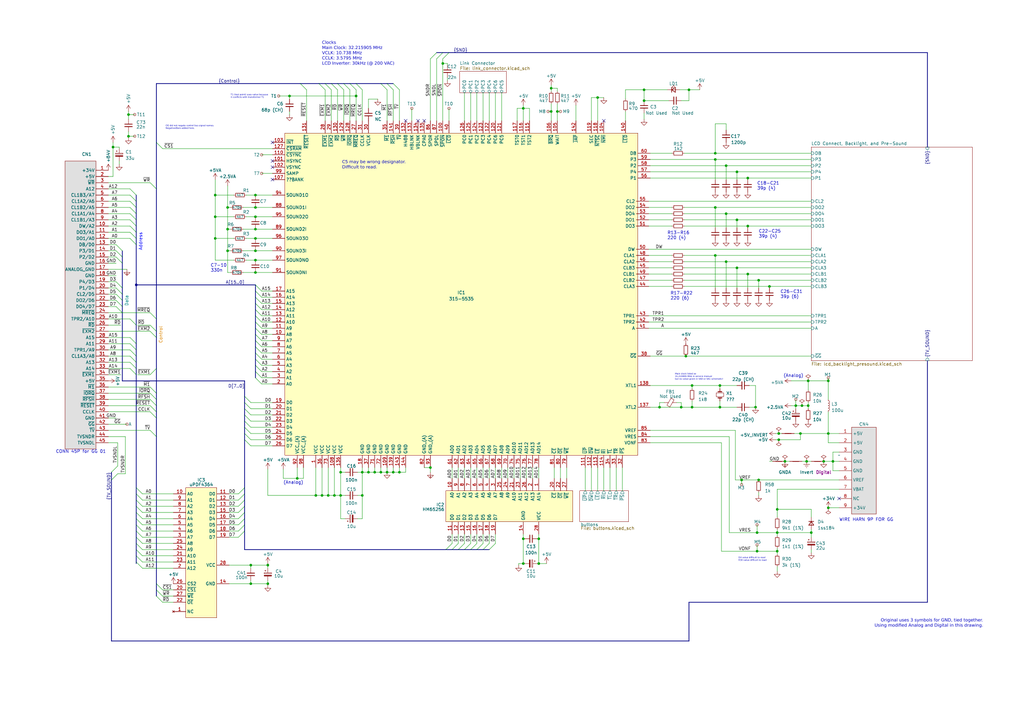
<source format=kicad_sch>
(kicad_sch (version 20231120) (generator "eeschema") (generator_version "8.0")
  (paper "A3")
  (title_block (title "VA1 Board - (Single ASIC)") (date "2023-02-14") (rev "1") (company "bald.ee/bitpreserve") (comment 1 "Drawn by James Lewis (@baldengineer)") (comment 2 "Modified by Allison Barfield for microprocessor museum"))
  (bus_alias "Control" (members "~{RESET}" "~{EXM1}" "~{EXM2}" "~{MREQ}" "~{RFSH}" "~{WR}" "~{RD}" "~{IORQ}" "~{M1}" "CCLK" "~{TV}" "~{CS1}"))
  (bus_alias "SND" (members "SNDR" "SNDL" "~{SPON}"))
  (bus_alias "TV_SOUND" (members "TVSNDL" "TVSNDR"))
  (junction (at 339.725 208.28))
  (junction (at 315.595 117.475))
  (junction (at 121.92 196.215))
  (junction (at 318.77 226.06))
  (junction (at 137.16 203.2))
  (junction (at 104.775 111.76))
  (junction (at 328.295 177.8))
  (junction (at 220.98 220.98))
  (junction (at 279.4 167.005))
  (junction (at 134.62 203.2))
  (junction (at 337.82 189.23))
  (junction (at 132.08 203.2))
  (junction (at 302.26 70.485))
  (junction (at 52.705 55.88))
  (junction (at 156.21 193.675))
  (junction (at 151.13 193.675))
  (junction (at 283.845 158.115))
  (junction (at 93.345 85.09))
  (junction (at 318.77 208.915))
  (junction (at 319.405 177.8))
  (junction (at 214.63 220.98))
  (junction (at 102.87 231.775))
  (junction (at 293.37 85.09))
  (junction (at 331.47 156.21))
  (junction (at 326.39 166.37))
  (junction (at 109.855 239.395))
  (junction (at 139.7 193.675))
  (junction (at 214.63 44.45))
  (junction (at 163.83 193.675))
  (junction (at 153.67 193.675))
  (junction (at 293.37 65.405))
  (junction (at 104.775 85.09))
  (junction (at 293.37 62.865))
  (junction (at 52.705 46.99))
  (junction (at 181.61 26.035))
  (junction (at 148.59 193.675))
  (junction (at 309.88 167.005))
  (junction (at 102.87 239.395))
  (junction (at 304.165 196.85))
  (junction (at 88.265 80.01))
  (junction (at 339.725 177.8))
  (junction (at 264.16 36.83))
  (junction (at 302.26 90.17))
  (junction (at 297.815 107.315))
  (junction (at 93.345 102.87))
  (junction (at 158.75 193.675))
  (junction (at 46.355 60.325))
  (junction (at 295.275 158.115))
  (junction (at 332.74 218.44))
  (junction (at 297.815 67.945))
  (junction (at 148.59 203.2))
  (junction (at 341.63 189.23))
  (junction (at 328.93 166.37))
  (junction (at 302.26 109.855))
  (junction (at 306.705 73.025))
  (junction (at 321.945 189.23))
  (junction (at 310.515 218.44))
  (junction (at 146.05 39.37))
  (junction (at 283.845 167.005))
  (junction (at 310.515 226.06))
  (junction (at 109.855 231.775))
  (junction (at 93.345 93.98))
  (junction (at 104.775 102.87))
  (junction (at 139.7 203.2))
  (junction (at 104.775 97.79))
  (junction (at 88.265 97.79))
  (junction (at 228.6 45.72))
  (junction (at 306.705 92.71))
  (junction (at 306.705 112.395))
  (junction (at 331.47 166.37))
  (junction (at 104.775 80.01))
  (junction (at 129.54 203.2))
  (junction (at 88.265 88.9))
  (junction (at 311.15 196.85))
  (junction (at 104.775 88.9))
  (junction (at 330.835 189.23))
  (junction (at 161.29 193.675))
  (junction (at 281.305 146.05))
  (junction (at 55.88 116.84))
  (junction (at 176.53 191.77))
  (junction (at 220.98 231.14))
  (junction (at 270.51 167.005))
  (junction (at 297.815 87.63))
  (junction (at 214.63 231.14))
  (junction (at 264.16 41.275))
  (junction (at 339.725 156.21))
  (junction (at 293.37 104.775))
  (junction (at 245.11 40.005))
  (junction (at 295.275 167.005))
  (junction (at 282.575 36.83))
  (junction (at 318.77 218.44))
  (junction (at 104.775 106.68))
  (junction (at 104.775 93.98))
  (junction (at 311.15 114.935))
  (junction (at 226.06 45.72))
  (junction (at 118.745 39.37))
  (junction (at 226.06 36.195))
  (junction (at 319.405 180.34))
  (no_connect (at 173.99 49.53))
  (no_connect (at 171.45 49.53))
  (no_connect (at 247.65 49.53))
  (no_connect (at 111.76 66.04))
  (no_connect (at 166.37 49.53))
  (no_connect (at 111.76 68.58))
  (no_connect (at 111.76 58.42))
  (no_connect (at 111.76 73.66))
  (no_connect (at 344.17 204.47))
  (bus_entry (at 47.625 125.73) (size 2.54 2.54))
  (bus_entry (at 53.34 140.97) (size 2.54 2.54))
  (bus_entry (at 97.79 212.725) (size 2.54 -2.54))
  (bus_entry (at 47.625 100.33) (size 2.54 2.54))
  (bus_entry (at 64.135 239.395) (size 2.54 2.54))
  (bus_entry (at 104.775 154.94) (size 2.54 2.54))
  (bus_entry (at 53.34 148.59) (size 2.54 2.54))
  (bus_entry (at 104.775 137.16) (size 2.54 2.54))
  (bus_entry (at 104.775 127) (size 2.54 2.54))
  (bus_entry (at 104.775 149.86) (size 2.54 2.54))
  (bus_entry (at 185.42 225.425) (size 2.54 -2.54))
  (bus_entry (at 97.79 217.805) (size 2.54 -2.54))
  (bus_entry (at 55.88 225.425) (size 2.54 2.54))
  (bus_entry (at 104.775 124.46) (size 2.54 2.54))
  (bus_entry (at 158.75 34.29) (size 2.54 2.54))
  (bus_entry (at 55.88 212.725) (size 2.54 2.54))
  (bus_entry (at 55.88 222.885) (size 2.54 2.54))
  (bus_entry (at 55.88 207.645) (size 2.54 2.54))
  (bus_entry (at 55.88 220.345) (size 2.54 2.54))
  (bus_entry (at 53.34 151.13) (size 2.54 2.54))
  (bus_entry (at 53.34 77.47) (size 2.54 2.54))
  (bus_entry (at 104.775 139.7) (size 2.54 2.54))
  (bus_entry (at 53.34 90.17) (size 2.54 2.54))
  (bus_entry (at 195.58 225.425) (size 2.54 -2.54))
  (bus_entry (at 53.34 143.51) (size 2.54 2.54))
  (bus_entry (at 100.33 167.64) (size 2.54 2.54))
  (bus_entry (at 61.595 166.37) (size 2.54 2.54))
  (bus_entry (at 53.34 130.81) (size 2.54 2.54))
  (bus_entry (at 64.135 244.475) (size 2.54 2.54))
  (bus_entry (at 198.12 225.425) (size 2.54 -2.54))
  (bus_entry (at 161.29 34.29) (size 2.54 2.54))
  (bus_entry (at 61.595 176.53) (size 2.54 2.54))
  (bus_entry (at 47.625 120.65) (size 2.54 2.54))
  (bus_entry (at 55.88 202.565) (size 2.54 2.54))
  (bus_entry (at 123.19 34.29) (size 2.54 2.54))
  (bus_entry (at 181.61 21.59) (size -2.54 2.54))
  (bus_entry (at 47.625 123.19) (size 2.54 2.54))
  (bus_entry (at 100.33 170.18) (size 2.54 2.54))
  (bus_entry (at 104.775 134.62) (size 2.54 2.54))
  (bus_entry (at 190.5 225.425) (size 2.54 -2.54))
  (bus_entry (at 55.88 210.185) (size 2.54 2.54))
  (bus_entry (at 104.775 129.54) (size 2.54 2.54))
  (bus_entry (at 53.34 92.71) (size 2.54 2.54))
  (bus_entry (at 53.34 82.55) (size 2.54 2.54))
  (bus_entry (at 61.595 74.93) (size 2.54 2.54))
  (bus_entry (at 64.135 58.42) (size 2.54 2.54))
  (bus_entry (at 61.595 135.89) (size 2.54 2.54))
  (bus_entry (at 64.135 241.935) (size 2.54 2.54))
  (bus_entry (at 61.595 153.67) (size 2.54 -2.54))
  (bus_entry (at 97.79 210.185) (size 2.54 -2.54))
  (bus_entry (at 104.775 116.84) (size 2.54 2.54))
  (bus_entry (at 53.34 85.09) (size 2.54 2.54))
  (bus_entry (at 100.33 180.34) (size 2.54 2.54))
  (bus_entry (at 104.775 132.08) (size 2.54 2.54))
  (bus_entry (at 61.595 133.35) (size 2.54 2.54))
  (bus_entry (at 104.775 147.32) (size 2.54 2.54))
  (bus_entry (at 156.21 34.29) (size 2.54 2.54))
  (bus_entry (at 61.595 168.91) (size 2.54 2.54))
  (bus_entry (at 184.15 21.59) (size -2.54 2.54))
  (bus_entry (at 97.79 205.105) (size 2.54 -2.54))
  (bus_entry (at 100.33 177.8) (size 2.54 2.54))
  (bus_entry (at 53.34 146.05) (size 2.54 2.54))
  (bus_entry (at 47.625 118.11) (size 2.54 2.54))
  (bus_entry (at 61.595 158.75) (size 2.54 2.54))
  (bus_entry (at 53.34 87.63) (size 2.54 2.54))
  (bus_entry (at 179.07 21.59) (size -2.54 2.54))
  (bus_entry (at 100.33 165.1) (size 2.54 2.54))
  (bus_entry (at 47.625 115.57) (size 2.54 2.54))
  (bus_entry (at 104.775 152.4) (size 2.54 2.54))
  (bus_entry (at 53.34 95.25) (size 2.54 2.54))
  (bus_entry (at 146.05 34.29) (size 2.54 2.54))
  (bus_entry (at 104.775 119.38) (size 2.54 2.54))
  (bus_entry (at 104.775 144.78) (size 2.54 2.54))
  (bus_entry (at 55.88 200.025) (size 2.54 2.54))
  (bus_entry (at 100.33 175.26) (size 2.54 2.54))
  (bus_entry (at 133.35 34.29) (size 2.54 2.54))
  (bus_entry (at 100.33 162.56) (size 2.54 2.54))
  (bus_entry (at 55.88 230.505) (size 2.54 2.54))
  (bus_entry (at 61.595 161.29) (size 2.54 2.54))
  (bus_entry (at 143.51 34.29) (size 2.54 2.54))
  (bus_entry (at 104.775 121.92) (size 2.54 2.54))
  (bus_entry (at 187.96 225.425) (size 2.54 -2.54))
  (bus_entry (at 104.775 142.24) (size 2.54 2.54))
  (bus_entry (at 200.66 225.425) (size 2.54 -2.54))
  (bus_entry (at 55.88 227.965) (size 2.54 2.54))
  (bus_entry (at 55.88 205.105) (size 2.54 2.54))
  (bus_entry (at 100.33 205.105) (size -2.54 2.54))
  (bus_entry (at 97.79 215.265) (size 2.54 -2.54))
  (bus_entry (at 53.34 80.01) (size 2.54 2.54))
  (bus_entry (at 97.79 220.345) (size 2.54 -2.54))
  (bus_entry (at 140.97 34.29) (size 2.54 2.54))
  (bus_entry (at 55.88 217.805) (size 2.54 2.54))
  (bus_entry (at 47.625 105.41) (size 2.54 2.54))
  (bus_entry (at 100.33 172.72) (size 2.54 2.54))
  (bus_entry (at 55.88 215.265) (size 2.54 2.54))
  (bus_entry (at 182.88 225.425) (size 2.54 -2.54))
  (bus_entry (at 97.79 202.565) (size 2.54 -2.54))
  (bus_entry (at 47.625 102.87) (size 2.54 2.54))
  (bus_entry (at 138.43 34.29) (size 2.54 2.54))
  (bus_entry (at 130.81 34.29) (size 2.54 2.54))
  (bus_entry (at 48.26 194.31) (size -2.54 2.54))
  (bus_entry (at 61.595 128.27) (size 2.54 2.54))
  (bus_entry (at 61.595 163.83) (size 2.54 2.54))
  (bus_entry (at 193.04 225.425) (size 2.54 -2.54))
  (bus_entry (at 135.89 34.29) (size 2.54 2.54))
  (bus_entry (at 48.26 191.135) (size -2.54 2.54))
  (bus_entry (at 53.34 97.79) (size 2.54 2.54))
  (bus_entry (at 53.34 138.43) (size 2.54 2.54))
  (bus (pts (xy 104.775 147.32) (xy 104.775 144.78)))
  (bus (pts (xy 55.88 220.345) (xy 55.88 222.885)))
  (bus (pts (xy 64.135 77.47) (xy 64.135 130.81)))
  (wire (pts (xy 156.21 193.675) (xy 158.75 193.675)))
  (wire (pts (xy 318.77 200.66) (xy 318.77 208.915)))
  (wire (pts (xy 295.275 158.115) (xy 295.275 159.385)))
  (wire (pts (xy 52.705 46.99) (xy 52.705 48.895)))
  (wire (pts (xy 137.16 191.77) (xy 137.16 203.2)))
  (wire (pts (xy 306.705 73.025) (xy 332.74 73.025)))
  (wire (pts (xy 93.345 93.98) (xy 93.345 102.87)))
  (wire (pts (xy 247.65 191.77) (xy 247.65 201.295)))
  (wire (pts (xy 280.67 114.935) (xy 311.15 114.935)))
  (wire (pts (xy 58.42 205.105) (xy 71.12 205.105)))
  (wire (pts (xy 212.09 44.45) (xy 212.09 49.53)))
  (wire (pts (xy 104.775 85.09) (xy 111.76 85.09)))
  (wire (pts (xy 339.725 208.28) (xy 344.17 208.28)))
  (bus (pts (xy 55.88 140.97) (xy 55.88 143.51)))
  (wire (pts (xy 44.45 173.99) (xy 52.07 173.99)))
  (wire (pts (xy 266.7 146.05) (xy 281.305 146.05)))
  (wire (pts (xy 218.44 191.77) (xy 218.44 196.215)))
  (wire (pts (xy 331.47 166.37) (xy 331.47 167.64)))
  (wire (pts (xy 52.705 45.72) (xy 52.705 46.99)))
  (wire (pts (xy 93.345 93.98) (xy 94.615 93.98)))
  (wire (pts (xy 158.75 193.675) (xy 161.29 193.675)))
  (wire (pts (xy 46.355 60.325) (xy 46.355 72.39)))
  (wire (pts (xy 228.6 45.72) (xy 229.87 45.72)))
  (wire (pts (xy 139.7 212.725) (xy 139.7 203.2)))
  (wire (pts (xy 44.45 77.47) (xy 53.34 77.47)))
  (wire (pts (xy 88.265 97.79) (xy 88.265 88.9)))
  (wire (pts (xy 44.45 138.43) (xy 53.34 138.43)))
  (wire (pts (xy 102.87 180.34) (xy 111.76 180.34)))
  (bus (pts (xy 50.165 118.11) (xy 50.165 120.65)))
  (wire (pts (xy 181.61 24.13) (xy 181.61 26.035)))
  (wire (pts (xy 46.355 58.42) (xy 46.355 60.325)))
  (wire (pts (xy 146.685 212.725) (xy 148.59 212.725)))
  (wire (pts (xy 266.7 167.005) (xy 270.51 167.005)))
  (wire (pts (xy 44.45 80.01) (xy 53.34 80.01)))
  (wire (pts (xy 109.855 231.775) (xy 109.855 231.14)))
  (wire (pts (xy 318.135 177.8) (xy 319.405 177.8)))
  (wire (pts (xy 107.315 149.86) (xy 111.76 149.86)))
  (wire (pts (xy 139.7 191.77) (xy 139.7 193.675)))
  (wire (pts (xy 161.29 36.83) (xy 161.29 49.53)))
  (wire (pts (xy 266.065 102.235) (xy 332.74 102.235)))
  (wire (pts (xy 107.315 71.12) (xy 111.76 71.12)))
  (wire (pts (xy 328.93 189.23) (xy 330.835 189.23)))
  (bus (pts (xy 55.88 146.05) (xy 55.88 148.59)))
  (wire (pts (xy 304.165 196.85) (xy 311.15 196.85)))
  (wire (pts (xy 341.63 189.23) (xy 341.63 185.42)))
  (wire (pts (xy 151.13 44.45) (xy 151.13 40.64)))
  (bus (pts (xy 55.88 92.71) (xy 55.88 95.25)))
  (wire (pts (xy 326.39 166.37) (xy 328.93 166.37)))
  (bus (pts (xy 64.135 135.89) (xy 64.135 138.43)))
  (wire (pts (xy 139.7 203.2) (xy 141.605 203.2)))
  (wire (pts (xy 266.065 112.395) (xy 275.59 112.395)))
  (bus (pts (xy 55.88 215.265) (xy 55.88 217.805)))
  (wire (pts (xy 104.775 102.87) (xy 111.76 102.87)))
  (wire (pts (xy 44.45 120.65) (xy 47.625 120.65)))
  (bus (pts (xy 100.33 225.425) (xy 182.88 225.425)))
  (wire (pts (xy 344.17 177.8) (xy 339.725 177.8)))
  (wire (pts (xy 44.45 82.55) (xy 53.34 82.55)))
  (wire (pts (xy 148.59 212.725) (xy 148.59 203.2)))
  (wire (pts (xy 220.98 231.14) (xy 224.155 231.14)))
  (wire (pts (xy 266.065 104.775) (xy 275.59 104.775)))
  (wire (pts (xy 44.45 72.39) (xy 46.355 72.39)))
  (bus (pts (xy 55.88 212.725) (xy 55.88 215.265)))
  (wire (pts (xy 93.98 239.395) (xy 102.87 239.395)))
  (wire (pts (xy 100.965 88.9) (xy 104.775 88.9)))
  (wire (pts (xy 297.815 87.63) (xy 332.74 87.63)))
  (wire (pts (xy 266.065 109.855) (xy 275.59 109.855)))
  (wire (pts (xy 179.07 24.13) (xy 179.07 49.53)))
  (wire (pts (xy 295.275 167.005) (xy 302.26 167.005)))
  (bus (pts (xy 55.88 80.01) (xy 55.88 82.55)))
  (wire (pts (xy 107.315 147.32) (xy 111.76 147.32)))
  (wire (pts (xy 183.515 31.75) (xy 183.515 33.02)))
  (wire (pts (xy 344.17 181.61) (xy 339.725 181.61)))
  (bus (pts (xy 64.135 151.13) (xy 64.135 161.29)))
  (wire (pts (xy 331.47 165.1) (xy 331.47 166.37)))
  (wire (pts (xy 279.4 167.005) (xy 283.845 167.005)))
  (bus (pts (xy 55.88 227.965) (xy 55.88 230.505)))
  (wire (pts (xy 226.06 36.195) (xy 226.06 37.465)))
  (bus (pts (xy 179.07 21.59) (xy 181.61 21.59)))
  (wire (pts (xy 242.57 49.53) (xy 242.57 40.005)))
  (bus (pts (xy 55.88 133.35) (xy 55.88 140.97)))
  (wire (pts (xy 58.42 207.645) (xy 71.12 207.645)))
  (wire (pts (xy 311.15 201.93) (xy 311.15 203.2)))
  (wire (pts (xy 58.42 227.965) (xy 71.12 227.965)))
  (wire (pts (xy 236.22 43.18) (xy 236.22 49.53)))
  (bus (pts (xy 104.775 132.08) (xy 104.775 129.54)))
  (wire (pts (xy 93.98 215.265) (xy 97.79 215.265)))
  (wire (pts (xy 332.74 225.425) (xy 332.74 226.695)))
  (wire (pts (xy 311.15 114.935) (xy 332.74 114.935)))
  (wire (pts (xy 58.42 233.045) (xy 71.12 233.045)))
  (wire (pts (xy 203.2 38.1) (xy 203.2 49.53)))
  (wire (pts (xy 307.34 158.115) (xy 309.88 158.115)))
  (bus (pts (xy 100.33 210.185) (xy 100.33 212.725)))
  (wire (pts (xy 266.065 92.71) (xy 275.59 92.71)))
  (wire (pts (xy 93.345 85.09) (xy 94.615 85.09)))
  (wire (pts (xy 58.42 212.725) (xy 71.12 212.725)))
  (wire (pts (xy 88.265 80.01) (xy 88.265 73.66)))
  (wire (pts (xy 293.37 85.09) (xy 332.74 85.09)))
  (bus (pts (xy 104.775 139.7) (xy 104.775 137.16)))
  (bus (pts (xy 64.135 130.81) (xy 64.135 135.89)))
  (wire (pts (xy 331.47 156.21) (xy 331.47 160.02)))
  (wire (pts (xy 297.815 50.8) (xy 297.815 53.34)))
  (bus (pts (xy 50.165 102.87) (xy 50.165 105.41)))
  (wire (pts (xy 266.7 73.025) (xy 306.705 73.025)))
  (wire (pts (xy 341.63 193.04) (xy 344.17 193.04)))
  (bus (pts (xy 50.165 156.21) (xy 100.33 156.21)))
  (wire (pts (xy 44.45 146.05) (xy 53.34 146.05)))
  (bus (pts (xy 104.775 149.86) (xy 104.775 147.32)))
  (wire (pts (xy 107.315 144.78) (xy 111.76 144.78)))
  (wire (pts (xy 104.775 106.68) (xy 111.76 106.68)))
  (wire (pts (xy 278.765 36.83) (xy 282.575 36.83)))
  (wire (pts (xy 200.66 191.77) (xy 200.66 196.215)))
  (wire (pts (xy 214.63 220.98) (xy 214.63 231.14)))
  (wire (pts (xy 210.82 191.77) (xy 210.82 196.215)))
  (bus (pts (xy 64.135 166.37) (xy 64.135 168.91)))
  (wire (pts (xy 266.065 107.315) (xy 275.59 107.315)))
  (wire (pts (xy 214.63 219.075) (xy 214.63 220.98)))
  (wire (pts (xy 310.515 226.06) (xy 318.77 226.06)))
  (wire (pts (xy 100.965 106.68) (xy 104.775 106.68)))
  (wire (pts (xy 226.06 34.925) (xy 226.06 36.195)))
  (wire (pts (xy 148.59 193.675) (xy 148.59 203.2)))
  (bus (pts (xy 100.33 175.26) (xy 100.33 172.72)))
  (bus (pts (xy 104.775 144.78) (xy 104.775 142.24)))
  (wire (pts (xy 141.605 212.725) (xy 139.7 212.725)))
  (wire (pts (xy 46.355 60.325) (xy 48.895 60.325)))
  (wire (pts (xy 306.705 112.395) (xy 306.705 118.11)))
  (wire (pts (xy 297.815 107.315) (xy 332.74 107.315)))
  (wire (pts (xy 301.625 196.85) (xy 304.165 196.85)))
  (wire (pts (xy 297.815 67.945) (xy 297.815 73.66)))
  (bus (pts (xy 55.88 200.025) (xy 55.88 202.565)))
  (wire (pts (xy 195.58 38.1) (xy 195.58 49.53)))
  (wire (pts (xy 93.98 202.565) (xy 97.79 202.565)))
  (wire (pts (xy 228.6 37.465) (xy 228.6 36.195)))
  (wire (pts (xy 139.7 193.675) (xy 139.7 203.2)))
  (bus (pts (xy 140.97 34.29) (xy 143.51 34.29)))
  (wire (pts (xy 282.575 36.83) (xy 287.02 36.83)))
  (bus (pts (xy 182.88 225.425) (xy 185.42 225.425)))
  (wire (pts (xy 302.26 70.485) (xy 302.26 73.66)))
  (wire (pts (xy 139.7 203.2) (xy 137.16 203.2)))
  (wire (pts (xy 44.45 153.67) (xy 49.53 153.67)))
  (wire (pts (xy 156.21 191.77) (xy 156.21 193.675)))
  (wire (pts (xy 134.62 191.77) (xy 134.62 203.2)))
  (wire (pts (xy 280.67 109.855) (xy 302.26 109.855)))
  (wire (pts (xy 58.42 215.265) (xy 71.12 215.265)))
  (wire (pts (xy 148.59 36.83) (xy 148.59 49.53)))
  (wire (pts (xy 229.87 191.77) (xy 229.87 196.215)))
  (wire (pts (xy 93.98 210.185) (xy 97.79 210.185)))
  (bus (pts (xy 104.775 154.94) (xy 104.775 152.4)))
  (wire (pts (xy 306.705 92.71) (xy 332.74 92.71)))
  (wire (pts (xy 44.45 130.81) (xy 53.34 130.81)))
  (wire (pts (xy 93.98 207.645) (xy 97.79 207.645)))
  (wire (pts (xy 242.57 191.77) (xy 242.57 201.295)))
  (wire (pts (xy 245.11 191.77) (xy 245.11 201.295)))
  (wire (pts (xy 99.695 93.98) (xy 104.775 93.98)))
  (wire (pts (xy 339.725 163.83) (xy 339.725 156.21)))
  (wire (pts (xy 256.54 36.83) (xy 256.54 40.64)))
  (wire (pts (xy 148.59 203.2) (xy 146.685 203.2)))
  (wire (pts (xy 44.45 102.87) (xy 47.625 102.87)))
  (wire (pts (xy 214.63 44.45) (xy 217.17 44.45)))
  (wire (pts (xy 245.11 40.005) (xy 247.65 40.005)))
  (wire (pts (xy 138.43 36.83) (xy 138.43 49.53)))
  (wire (pts (xy 118.745 39.37) (xy 146.05 39.37)))
  (wire (pts (xy 213.36 191.77) (xy 213.36 196.215)))
  (wire (pts (xy 107.315 132.08) (xy 111.76 132.08)))
  (wire (pts (xy 88.265 88.9) (xy 88.265 80.01)))
  (bus (pts (xy 184.15 21.59) (xy 380.365 21.59)))
  (wire (pts (xy 44.45 161.29) (xy 61.595 161.29)))
  (wire (pts (xy 93.345 111.76) (xy 94.615 111.76)))
  (wire (pts (xy 181.61 26.035) (xy 181.61 49.53)))
  (wire (pts (xy 195.58 219.075) (xy 195.58 222.885)))
  (wire (pts (xy 93.98 220.345) (xy 97.79 220.345)))
  (bus (pts (xy 143.51 34.29) (xy 146.05 34.29)))
  (wire (pts (xy 99.695 111.76) (xy 104.775 111.76)))
  (bus (pts (xy 104.775 119.38) (xy 104.775 116.84)))
  (wire (pts (xy 44.45 90.17) (xy 53.34 90.17)))
  (wire (pts (xy 107.315 139.7) (xy 111.76 139.7)))
  (wire (pts (xy 332.74 218.44) (xy 332.74 220.345)))
  (wire (pts (xy 315.595 117.475) (xy 332.74 117.475)))
  (wire (pts (xy 190.5 191.77) (xy 190.5 196.215)))
  (wire (pts (xy 56.515 133.35) (xy 61.595 133.35)))
  (wire (pts (xy 153.67 193.675) (xy 156.21 193.675)))
  (wire (pts (xy 161.29 193.675) (xy 163.83 193.675)))
  (bus (pts (xy 146.05 34.29) (xy 156.21 34.29)))
  (wire (pts (xy 133.35 36.83) (xy 133.35 49.53)))
  (wire (pts (xy 104.775 97.79) (xy 111.76 97.79)))
  (wire (pts (xy 190.5 219.075) (xy 190.5 222.885)))
  (wire (pts (xy 270.51 165.1) (xy 270.51 167.005)))
  (wire (pts (xy 319.405 180.34) (xy 328.295 180.34)))
  (wire (pts (xy 184.15 44.45) (xy 184.15 49.53)))
  (wire (pts (xy 44.45 151.13) (xy 53.34 151.13)))
  (wire (pts (xy 93.98 217.805) (xy 97.79 217.805)))
  (wire (pts (xy 220.98 191.77) (xy 220.98 196.215)))
  (wire (pts (xy 293.37 62.865) (xy 332.74 62.865)))
  (wire (pts (xy 293.37 62.865) (xy 293.37 50.8)))
  (wire (pts (xy 304.165 196.85) (xy 304.165 198.755)))
  (wire (pts (xy 266.065 90.17) (xy 275.59 90.17)))
  (wire (pts (xy 266.7 181.61) (xy 295.91 181.61)))
  (wire (pts (xy 107.315 119.38) (xy 111.76 119.38)))
  (wire (pts (xy 66.675 244.475) (xy 71.12 244.475)))
  (wire (pts (xy 146.685 193.675) (xy 148.59 193.675)))
  (wire (pts (xy 264.16 36.83) (xy 273.685 36.83)))
  (wire (pts (xy 93.98 231.775) (xy 102.87 231.775)))
  (wire (pts (xy 326.39 166.37) (xy 326.39 167.64)))
  (wire (pts (xy 132.08 203.2) (xy 129.54 203.2)))
  (bus (pts (xy 100.33 215.265) (xy 100.33 217.805)))
  (wire (pts (xy 93.345 76.2) (xy 93.345 85.09)))
  (wire (pts (xy 250.19 191.77) (xy 250.19 201.295)))
  (wire (pts (xy 121.92 191.77) (xy 121.92 196.215)))
  (wire (pts (xy 44.45 148.59) (xy 53.34 148.59)))
  (wire (pts (xy 198.12 38.1) (xy 198.12 49.53)))
  (wire (pts (xy 44.45 176.53) (xy 61.595 176.53)))
  (wire (pts (xy 324.485 166.37) (xy 326.39 166.37)))
  (wire (pts (xy 283.845 164.465) (xy 283.845 167.005)))
  (wire (pts (xy 44.45 113.03) (xy 47.625 113.03)))
  (wire (pts (xy 44.45 105.41) (xy 47.625 105.41)))
  (wire (pts (xy 266.7 158.115) (xy 283.845 158.115)))
  (wire (pts (xy 44.45 118.11) (xy 47.625 118.11)))
  (wire (pts (xy 100.965 97.79) (xy 104.775 97.79)))
  (wire (pts (xy 88.265 88.9) (xy 95.885 88.9)))
  (wire (pts (xy 280.67 85.09) (xy 293.37 85.09)))
  (wire (pts (xy 140.97 36.83) (xy 140.97 49.53)))
  (wire (pts (xy 193.04 191.77) (xy 193.04 196.215)))
  (wire (pts (xy 48.895 60.96) (xy 48.895 60.325)))
  (wire (pts (xy 102.87 231.775) (xy 109.855 231.775)))
  (bus (pts (xy 100.33 172.72) (xy 100.33 170.18)))
  (wire (pts (xy 102.87 231.775) (xy 102.87 233.045)))
  (wire (pts (xy 293.37 65.405) (xy 293.37 73.66)))
  (bus (pts (xy 100.33 170.18) (xy 100.33 167.64)))
  (wire (pts (xy 295.275 164.465) (xy 295.275 167.005)))
  (wire (pts (xy 266.7 176.53) (xy 301.625 176.53)))
  (wire (pts (xy 44.45 163.83) (xy 61.595 163.83)))
  (bus (pts (xy 100.33 162.56) (xy 100.33 165.1)))
  (wire (pts (xy 295.275 158.115) (xy 302.26 158.115)))
  (wire (pts (xy 176.53 24.13) (xy 176.53 49.53)))
  (bus (pts (xy 50.165 107.95) (xy 50.165 118.11)))
  (wire (pts (xy 255.27 191.77) (xy 255.27 201.295)))
  (wire (pts (xy 44.45 171.45) (xy 47.625 171.45)))
  (wire (pts (xy 185.42 219.075) (xy 185.42 222.885)))
  (bus (pts (xy 282.575 247.015) (xy 380.365 247.015)))
  (bus (pts (xy 55.88 230.505) (xy 55.88 231.14)))
  (wire (pts (xy 325.755 177.8) (xy 328.295 177.8)))
  (wire (pts (xy 227.33 191.77) (xy 227.33 196.215)))
  (wire (pts (xy 318.77 218.44) (xy 332.74 218.44)))
  (bus (pts (xy 100.33 180.34) (xy 100.33 200.025)))
  (bus (pts (xy 104.775 134.62) (xy 104.775 132.08)))
  (wire (pts (xy 50.165 128.27) (xy 61.595 128.27)))
  (wire (pts (xy 214.63 44.45) (xy 212.09 44.45)))
  (bus (pts (xy 380.365 147.955) (xy 380.365 247.015)))
  (wire (pts (xy 198.12 191.77) (xy 198.12 196.215)))
  (wire (pts (xy 116.205 192.405) (xy 116.205 196.215)))
  (wire (pts (xy 129.54 191.77) (xy 129.54 203.2)))
  (bus (pts (xy 55.88 97.79) (xy 55.88 100.33)))
  (wire (pts (xy 318.77 218.44) (xy 318.77 219.71)))
  (wire (pts (xy 318.77 232.41) (xy 318.77 234.315)))
  (wire (pts (xy 107.315 142.24) (xy 111.76 142.24)))
  (wire (pts (xy 323.85 189.23) (xy 321.945 189.23)))
  (wire (pts (xy 104.775 80.01) (xy 111.76 80.01)))
  (wire (pts (xy 107.315 127) (xy 111.76 127)))
  (bus (pts (xy 100.33 180.34) (xy 100.33 177.8)))
  (wire (pts (xy 44.45 168.91) (xy 61.595 168.91)))
  (wire (pts (xy 266.7 67.945) (xy 297.815 67.945)))
  (wire (pts (xy 224.79 45.72) (xy 226.06 45.72)))
  (wire (pts (xy 44.45 100.33) (xy 47.625 100.33)))
  (wire (pts (xy 272.415 165.1) (xy 270.51 165.1)))
  (wire (pts (xy 66.675 247.015) (xy 71.12 247.015)))
  (wire (pts (xy 266.7 62.865) (xy 275.59 62.865)))
  (bus (pts (xy 193.04 225.425) (xy 195.58 225.425)))
  (wire (pts (xy 148.59 191.77) (xy 148.59 193.675)))
  (bus (pts (xy 64.135 239.395) (xy 64.135 241.935)))
  (wire (pts (xy 280.67 90.17) (xy 302.26 90.17)))
  (wire (pts (xy 293.37 85.09) (xy 293.37 93.345)))
  (wire (pts (xy 330.835 189.23) (xy 332.74 189.23)))
  (wire (pts (xy 266.065 132.08) (xy 332.74 132.08)))
  (wire (pts (xy 44.45 135.89) (xy 61.595 135.89)))
  (wire (pts (xy 102.87 170.18) (xy 111.76 170.18)))
  (wire (pts (xy 109.855 231.775) (xy 109.855 233.045)))
  (wire (pts (xy 341.63 193.04) (xy 341.63 189.23)))
  (wire (pts (xy 293.37 104.775) (xy 332.74 104.775)))
  (bus (pts (xy 104.775 137.16) (xy 104.775 134.62)))
  (wire (pts (xy 44.45 143.51) (xy 53.34 143.51)))
  (wire (pts (xy 158.75 36.83) (xy 158.75 49.53)))
  (wire (pts (xy 324.485 156.21) (xy 331.47 156.21)))
  (wire (pts (xy 266.7 179.07) (xy 299.085 179.07)))
  (wire (pts (xy 240.03 191.77) (xy 240.03 201.295)))
  (wire (pts (xy 44.45 95.25) (xy 53.34 95.25)))
  (wire (pts (xy 242.57 40.005) (xy 245.11 40.005)))
  (bus (pts (xy 55.88 90.17) (xy 55.88 92.71)))
  (wire (pts (xy 214.63 220.98) (xy 215.265 220.98)))
  (wire (pts (xy 66.675 241.935) (xy 71.12 241.935)))
  (bus (pts (xy 104.775 152.4) (xy 104.775 149.86)))
  (wire (pts (xy 151.13 191.77) (xy 151.13 193.675)))
  (wire (pts (xy 52.705 55.88) (xy 55.245 55.88)))
  (wire (pts (xy 301.625 176.53) (xy 301.625 196.85)))
  (wire (pts (xy 58.42 217.805) (xy 71.12 217.805)))
  (bus (pts (xy 55.88 116.84) (xy 55.88 133.35)))
  (bus (pts (xy 380.365 21.59) (xy 380.365 60.325)))
  (wire (pts (xy 183.515 26.67) (xy 183.515 26.035)))
  (bus (pts (xy 130.81 34.29) (xy 133.35 34.29)))
  (wire (pts (xy 283.845 158.115) (xy 283.845 159.385)))
  (wire (pts (xy 109.855 192.405) (xy 109.855 203.2)))
  (wire (pts (xy 256.54 36.83) (xy 264.16 36.83)))
  (wire (pts (xy 93.345 85.09) (xy 93.345 93.98)))
  (wire (pts (xy 44.45 125.73) (xy 47.625 125.73)))
  (wire (pts (xy 146.05 36.83) (xy 146.05 39.37)))
  (wire (pts (xy 332.74 212.09) (xy 332.74 208.915)))
  (wire (pts (xy 44.45 97.79) (xy 53.34 97.79)))
  (wire (pts (xy 173.99 191.77) (xy 176.53 191.77)))
  (wire (pts (xy 107.315 121.92) (xy 111.76 121.92)))
  (bus (pts (xy 64.135 34.29) (xy 123.19 34.29)))
  (wire (pts (xy 302.26 90.17) (xy 302.26 93.345)))
  (wire (pts (xy 341.63 189.23) (xy 344.17 189.23)))
  (wire (pts (xy 44.45 140.97) (xy 53.34 140.97)))
  (wire (pts (xy 121.92 196.215) (xy 116.205 196.215)))
  (bus (pts (xy 64.135 58.42) (xy 64.135 77.47)))
  (wire (pts (xy 332.74 218.44) (xy 332.74 217.17)))
  (wire (pts (xy 302.26 109.855) (xy 302.26 118.11)))
  (wire (pts (xy 102.87 238.125) (xy 102.87 239.395)))
  (wire (pts (xy 124.46 196.215) (xy 121.92 196.215)))
  (wire (pts (xy 297.815 87.63) (xy 297.815 93.345)))
  (bus (pts (xy 282.575 247.015) (xy 282.575 262.89)))
  (bus (pts (xy 190.5 225.425) (xy 193.04 225.425)))
  (wire (pts (xy 44.45 92.71) (xy 53.34 92.71)))
  (wire (pts (xy 107.315 152.4) (xy 111.76 152.4)))
  (wire (pts (xy 88.265 106.68) (xy 95.885 106.68)))
  (wire (pts (xy 146.05 39.37) (xy 146.05 49.53)))
  (wire (pts (xy 310.515 218.44) (xy 318.77 218.44)))
  (wire (pts (xy 44.45 166.37) (xy 61.595 166.37)))
  (wire (pts (xy 318.77 226.06) (xy 318.77 227.33)))
  (wire (pts (xy 318.77 208.915) (xy 318.77 212.09)))
  (wire (pts (xy 297.815 107.315) (xy 297.815 118.11)))
  (bus (pts (xy 198.12 225.425) (xy 200.66 225.425)))
  (wire (pts (xy 205.74 191.77) (xy 205.74 196.215)))
  (wire (pts (xy 118.745 39.37) (xy 118.745 40.64)))
  (bus (pts (xy 104.775 142.24) (xy 104.775 139.7)))
  (bus (pts (xy 55.88 82.55) (xy 55.88 85.09)))
  (wire (pts (xy 306.705 93.345) (xy 306.705 92.71)))
  (wire (pts (xy 220.98 220.98) (xy 220.98 231.14)))
  (wire (pts (xy 187.96 191.77) (xy 187.96 196.215)))
  (wire (pts (xy 104.775 111.76) (xy 111.76 111.76)))
  (wire (pts (xy 163.83 191.77) (xy 163.83 193.675)))
  (bus (pts (xy 55.88 222.885) (xy 55.88 225.425)))
  (wire (pts (xy 309.88 158.115) (xy 309.88 167.005)))
  (bus (pts (xy 55.88 153.67) (xy 55.88 200.025)))
  (wire (pts (xy 266.065 117.475) (xy 275.59 117.475)))
  (wire (pts (xy 104.775 93.98) (xy 111.76 93.98)))
  (wire (pts (xy 102.87 177.8) (xy 111.76 177.8)))
  (bus (pts (xy 64.135 168.91) (xy 64.135 171.45)))
  (wire (pts (xy 195.58 191.77) (xy 195.58 196.215)))
  (wire (pts (xy 153.67 191.77) (xy 153.67 193.675)))
  (bus (pts (xy 133.35 34.29) (xy 135.89 34.29)))
  (wire (pts (xy 93.345 102.87) (xy 93.345 111.76)))
  (wire (pts (xy 114.3 39.37) (xy 118.745 39.37)))
  (wire (pts (xy 266.7 65.405) (xy 293.37 65.405)))
  (bus (pts (xy 55.88 85.09) (xy 55.88 87.63)))
  (wire (pts (xy 134.62 203.2) (xy 137.16 203.2)))
  (bus (pts (xy 55.88 202.565) (xy 55.88 205.105)))
  (wire (pts (xy 58.42 210.185) (xy 71.12 210.185)))
  (wire (pts (xy 220.345 220.98) (xy 220.98 220.98)))
  (wire (pts (xy 266.065 82.55) (xy 332.74 82.55)))
  (wire (pts (xy 293.37 104.775) (xy 293.37 118.11)))
  (wire (pts (xy 107.315 154.94) (xy 111.76 154.94)))
  (wire (pts (xy 143.51 36.83) (xy 143.51 49.53)))
  (bus (pts (xy 64.135 161.29) (xy 64.135 163.83)))
  (wire (pts (xy 102.87 172.72) (xy 111.76 172.72)))
  (wire (pts (xy 339.725 181.61) (xy 339.725 177.8)))
  (wire (pts (xy 44.45 115.57) (xy 47.625 115.57)))
  (wire (pts (xy 315.595 118.11) (xy 315.595 117.475)))
  (wire (pts (xy 306.705 112.395) (xy 332.74 112.395)))
  (wire (pts (xy 318.135 180.34) (xy 319.405 180.34)))
  (wire (pts (xy 52.705 55.88) (xy 52.705 56.515)))
  (wire (pts (xy 293.37 50.8) (xy 297.815 50.8)))
  (wire (pts (xy 44.45 110.49) (xy 52.07 110.49)))
  (wire (pts (xy 283.845 167.005) (xy 295.275 167.005)))
  (wire (pts (xy 337.82 189.23) (xy 341.63 189.23)))
  (bus (pts (xy 100.33 212.725) (xy 100.33 215.265)))
  (wire (pts (xy 88.265 80.01) (xy 95.885 80.01)))
  (bus (pts (xy 123.19 34.29) (xy 130.81 34.29)))
  (wire (pts (xy 107.315 137.16) (xy 111.76 137.16)))
  (wire (pts (xy 232.41 191.77) (xy 232.41 196.215)))
  (bus (pts (xy 185.42 225.425) (xy 187.96 225.425)))
  (wire (pts (xy 58.42 225.425) (xy 71.12 225.425)))
  (wire (pts (xy 203.2 191.77) (xy 203.2 196.215)))
  (wire (pts (xy 264.16 36.83) (xy 264.16 41.275)))
  (wire (pts (xy 220.98 231.14) (xy 220.345 231.14)))
  (wire (pts (xy 328.295 180.34) (xy 328.295 177.8)))
  (wire (pts (xy 200.66 219.075) (xy 200.66 222.885)))
  (wire (pts (xy 332.74 208.915) (xy 318.77 208.915)))
  (wire (pts (xy 270.51 167.005) (xy 279.4 167.005)))
  (wire (pts (xy 295.91 226.06) (xy 310.515 226.06)))
  (wire (pts (xy 228.6 42.545) (xy 228.6 45.72)))
  (wire (pts (xy 311.15 114.935) (xy 311.15 118.11)))
  (wire (pts (xy 266.065 87.63) (xy 275.59 87.63)))
  (wire (pts (xy 228.6 45.72) (xy 228.6 49.53)))
  (wire (pts (xy 200.66 38.1) (xy 200.66 49.53)))
  (wire (pts (xy 99.695 102.87) (xy 104.775 102.87)))
  (wire (pts (xy 193.04 219.075) (xy 193.04 222.885)))
  (wire (pts (xy 302.26 109.855) (xy 332.74 109.855)))
  (wire (pts (xy 52.705 53.975) (xy 52.705 55.88)))
  (wire (pts (xy 318.77 224.79) (xy 318.77 226.06)))
  (wire (pts (xy 139.7 193.675) (xy 141.605 193.675)))
  (bus (pts (xy 45.72 262.89) (xy 282.575 262.89)))
  (wire (pts (xy 132.08 203.2) (xy 134.62 203.2)))
  (bus (pts (xy 64.135 163.83) (xy 64.135 166.37)))
  (wire (pts (xy 129.54 203.2) (xy 109.855 203.2)))
  (wire (pts (xy 148.59 193.675) (xy 151.13 193.675)))
  (bus (pts (xy 100.33 205.105) (xy 100.33 207.645)))
  (wire (pts (xy 107.315 134.62) (xy 111.76 134.62)))
  (wire (pts (xy 107.315 157.48) (xy 111.76 157.48)))
  (bus (pts (xy 55.88 87.63) (xy 55.88 90.17)))
  (bus (pts (xy 104.775 127) (xy 104.775 124.46)))
  (wire (pts (xy 118.745 45.72) (xy 118.745 46.99)))
  (wire (pts (xy 280.67 92.71) (xy 306.705 92.71)))
  (bus (pts (xy 187.96 225.425) (xy 190.5 225.425)))
  (wire (pts (xy 214.63 231.14) (xy 215.265 231.14)))
  (wire (pts (xy 318.77 217.17) (xy 318.77 218.44)))
  (wire (pts (xy 58.42 202.565) (xy 71.12 202.565)))
  (bus (pts (xy 100.33 202.565) (xy 100.33 205.105)))
  (bus (pts (xy 64.135 241.935) (xy 64.135 244.475)))
  (bus (pts (xy 50.165 123.19) (xy 50.165 125.73)))
  (wire (pts (xy 132.08 191.77) (xy 132.08 203.2)))
  (wire (pts (xy 44.45 179.07) (xy 51.435 179.07)))
  (wire (pts (xy 326.39 163.83) (xy 326.39 166.37)))
  (wire (pts (xy 280.67 112.395) (xy 306.705 112.395)))
  (wire (pts (xy 252.73 191.77) (xy 252.73 201.295)))
  (wire (pts (xy 44.45 85.09) (xy 53.34 85.09)))
  (wire (pts (xy 107.315 63.5) (xy 111.76 63.5)))
  (wire (pts (xy 264.16 46.355) (xy 264.16 48.895)))
  (wire (pts (xy 100.965 80.01) (xy 104.775 80.01)))
  (wire (pts (xy 58.42 230.505) (xy 71.12 230.505)))
  (bus (pts (xy 100.33 177.8) (xy 100.33 175.26)))
  (wire (pts (xy 266.065 134.62) (xy 332.74 134.62)))
  (wire (pts (xy 44.45 128.27) (xy 50.165 128.27)))
  (bus (pts (xy 138.43 34.29) (xy 140.97 34.29)))
  (bus (pts (xy 64.135 34.29) (xy 64.135 58.42)))
  (wire (pts (xy 310.515 223.52) (xy 310.515 226.06)))
  (wire (pts (xy 168.91 44.45) (xy 168.91 49.53)))
  (wire (pts (xy 158.75 191.77) (xy 158.75 193.675)))
  (wire (pts (xy 214.63 43.18) (xy 214.63 44.45)))
  (wire (pts (xy 48.26 181.61) (xy 48.26 191.135)))
  (wire (pts (xy 205.74 38.1) (xy 205.74 49.53)))
  (wire (pts (xy 264.16 41.275) (xy 274.32 41.275)))
  (wire (pts (xy 135.89 36.83) (xy 135.89 49.53)))
  (wire (pts (xy 151.13 193.675) (xy 153.67 193.675)))
  (wire (pts (xy 52.705 46.99) (xy 55.245 46.99)))
  (wire (pts (xy 266.065 129.54) (xy 332.74 129.54)))
  (bus (pts (xy 55.88 100.33) (xy 55.88 116.84)))
  (wire (pts (xy 281.305 146.05) (xy 332.74 146.05)))
  (wire (pts (xy 102.87 165.1) (xy 111.76 165.1)))
  (bus (pts (xy 55.88 143.51) (xy 55.88 146.05)))
  (wire (pts (xy 190.5 38.1) (xy 190.5 49.53)))
  (bus (pts (xy 55.88 148.59) (xy 55.88 151.13)))
  (wire (pts (xy 93.98 212.725) (xy 97.79 212.725)))
  (wire (pts (xy 279.4 165.1) (xy 279.4 167.005)))
  (wire (pts (xy 339.725 177.8) (xy 339.725 168.91)))
  (wire (pts (xy 102.87 239.395) (xy 109.855 239.395)))
  (wire (pts (xy 104.775 88.9) (xy 111.76 88.9)))
  (bus (pts (xy 45.72 193.675) (xy 45.72 196.85)))
  (wire (pts (xy 217.17 44.45) (xy 217.17 49.53)))
  (wire (pts (xy 107.315 124.46) (xy 111.76 124.46)))
  (wire (pts (xy 212.725 231.14) (xy 214.63 231.14)))
  (wire (pts (xy 331.47 156.21) (xy 339.725 156.21)))
  (wire (pts (xy 48.26 194.31) (xy 51.435 194.31)))
  (wire (pts (xy 88.265 106.68) (xy 88.265 97.79)))
  (wire (pts (xy 280.67 117.475) (xy 315.595 117.475)))
  (bus (pts (xy 55.88 151.13) (xy 55.88 153.67)))
  (wire (pts (xy 163.83 36.83) (xy 163.83 49.53)))
  (wire (pts (xy 107.315 129.54) (xy 111.76 129.54)))
  (wire (pts (xy 297.815 67.945) (xy 332.74 67.945)))
  (wire (pts (xy 266.065 114.935) (xy 275.59 114.935)))
  (wire (pts (xy 266.7 70.485) (xy 302.26 70.485)))
  (wire (pts (xy 319.405 177.8) (xy 320.675 177.8)))
  (wire (pts (xy 176.53 191.77) (xy 176.53 193.675)))
  (bus (pts (xy 100.33 207.645) (xy 100.33 210.185)))
  (wire (pts (xy 282.575 36.83) (xy 282.575 41.275)))
  (wire (pts (xy 102.87 167.64) (xy 111.76 167.64)))
  (wire (pts (xy 344.17 200.66) (xy 318.77 200.66)))
  (wire (pts (xy 214.63 44.45) (xy 214.63 49.53)))
  (wire (pts (xy 183.515 26.035) (xy 181.61 26.035)))
  (bus (pts (xy 50.165 128.27) (xy 50.165 156.21)))
  (wire (pts (xy 299.085 218.44) (xy 310.515 218.44)))
  (wire (pts (xy 212.725 231.775) (xy 212.725 231.14)))
  (wire (pts (xy 328.93 166.37) (xy 331.47 166.37)))
  (wire (pts (xy 245.11 40.005) (xy 245.11 49.53)))
  (bus (pts (xy 55.88 116.84) (xy 104.775 116.84)))
  (wire (pts (xy 280.67 87.63) (xy 297.815 87.63)))
  (wire (pts (xy 56.515 153.67) (xy 61.595 153.67)))
  (wire (pts (xy 220.98 219.075) (xy 220.98 220.98)))
  (wire (pts (xy 58.42 220.345) (xy 71.12 220.345)))
  (bus (pts (xy 55.88 210.185) (xy 55.88 212.725)))
  (wire (pts (xy 109.855 238.125) (xy 109.855 239.395)))
  (bus (pts (xy 50.165 120.65) (xy 50.165 123.19)))
  (bus (pts (xy 55.88 217.805) (xy 55.88 220.345)))
  (wire (pts (xy 161.29 191.77) (xy 161.29 193.675)))
  (wire (pts (xy 44.45 123.19) (xy 47.625 123.19)))
  (bus (pts (xy 100.33 167.64) (xy 100.33 165.1)))
  (wire (pts (xy 280.67 62.865) (xy 293.37 62.865)))
  (wire (pts (xy 193.04 38.1) (xy 193.04 49.53)))
  (bus (pts (xy 50.165 125.73) (xy 50.165 128.27)))
  (wire (pts (xy 51.435 179.07) (xy 51.435 194.31)))
  (wire (pts (xy 226.06 42.545) (xy 226.06 45.72)))
  (wire (pts (xy 44.45 158.75) (xy 61.595 158.75)))
  (wire (pts (xy 208.28 191.77) (xy 208.28 196.215)))
  (bus (pts (xy 181.61 21.59) (xy 184.15 21.59)))
  (wire (pts (xy 280.67 104.775) (xy 293.37 104.775)))
  (bus (pts (xy 64.135 138.43) (xy 64.135 151.13)))
  (wire (pts (xy 109.855 239.395) (xy 109.855 240.03)))
  (wire (pts (xy 102.87 175.26) (xy 111.76 175.26)))
  (wire (pts (xy 283.845 158.115) (xy 295.275 158.115)))
  (wire (pts (xy 341.63 185.42) (xy 344.17 185.42)))
  (bus (pts (xy 195.58 225.425) (xy 198.12 225.425)))
  (bus (pts (xy 104.775 129.54) (xy 104.775 127)))
  (bus (pts (xy 50.165 105.41) (xy 50.165 107.95)))
  (wire (pts (xy 299.085 179.07) (xy 299.085 218.44)))
  (wire (pts (xy 44.45 74.93) (xy 61.595 74.93)))
  (bus (pts (xy 135.89 34.29) (xy 138.43 34.29)))
  (wire (pts (xy 226.06 45.72) (xy 226.06 49.53)))
  (wire (pts (xy 125.73 36.83) (xy 125.73 49.53)))
  (bus (pts (xy 100.33 200.025) (xy 100.33 202.565)))
  (bus (pts (xy 104.775 121.92) (xy 104.775 119.38)))
  (wire (pts (xy 306.705 73.66) (xy 306.705 73.025)))
  (wire (pts (xy 88.265 97.79) (xy 95.885 97.79)))
  (wire (pts (xy 58.42 222.885) (xy 71.12 222.885)))
  (bus (pts (xy 55.88 207.645) (xy 55.88 210.185)))
  (bus (pts (xy 64.135 171.45) (xy 64.135 179.07)))
  (wire (pts (xy 151.13 40.64) (xy 154.94 40.64)))
  (bus (pts (xy 45.72 196.85) (xy 45.72 262.89)))
  (wire (pts (xy 198.12 219.075) (xy 198.12 222.885)))
  (wire (pts (xy 280.67 107.315) (xy 297.815 107.315)))
  (wire (pts (xy 124.46 191.77) (xy 124.46 196.215)))
  (wire (pts (xy 309.88 167.005) (xy 307.34 167.005)))
  (wire (pts (xy 215.9 191.77) (xy 215.9 196.215)))
  (wire (pts (xy 203.2 219.075) (xy 203.2 222.885)))
  (wire (pts (xy 302.26 90.17) (xy 332.74 90.17)))
  (wire (pts (xy 44.45 181.61) (xy 48.26 181.61)))
  (wire (pts (xy 48.895 66.04) (xy 48.895 67.31)))
  (wire (pts (xy 279.4 41.275) (xy 282.575 41.275)))
  (wire (pts (xy 328.295 177.8) (xy 339.725 177.8)))
  (wire (pts (xy 295.91 181.61) (xy 295.91 226.06)))
  (bus (pts (xy 64.135 179.07) (xy 64.135 239.395)))
  (bus (pts (xy 55.88 205.105) (xy 55.88 207.645)))
  (wire (pts (xy 302.26 70.485) (xy 332.74 70.485)))
  (wire (pts (xy 166.37 193.675) (xy 166.37 191.77)))
  (wire (pts (xy 93.345 102.87) (xy 94.615 102.87)))
  (wire (pts (xy 187.96 219.075) (xy 187.96 222.885)))
  (wire (pts (xy 185.42 191.77) (xy 185.42 196.215)))
  (wire (pts (xy 293.37 65.405) (xy 332.74 65.405)))
  (bus (pts (xy 158.75 34.29) (xy 161.29 34.29)))
  (wire (pts (xy 44.45 107.95) (xy 47.625 107.95)))
  (wire (pts (xy 44.45 87.63) (xy 53.34 87.63)))
  (bus (pts (xy 156.21 34.29) (xy 158.75 34.29)))
  (wire (pts (xy 93.98 205.105) (xy 97.79 205.105)))
  (wire (pts (xy 277.495 165.1) (xy 279.4 165.1)))
  (wire (pts (xy 256.54 45.72) (xy 256.54 49.53)))
  (wire (pts (xy 44.45 133.35) (xy 49.53 133.35)))
  (wire (pts (xy 66.675 60.96) (xy 111.76 60.96)))
  (bus (pts (xy 104.775 124.46) (xy 104.775 121.92)))
  (wire (pts (xy 226.06 36.195) (xy 228.6 36.195)))
  (wire (pts (xy 266.065 85.09) (xy 275.59 85.09)))
  (wire (pts (xy 99.695 85.09) (xy 104.775 85.09)))
  (bus (pts (xy 100.33 156.21) (xy 100.33 162.56)))
  (wire (pts (xy 339.725 154.94) (xy 339.725 156.21)))
  (wire (pts (xy 310.515 215.265) (xy 310.515 218.44)))
  (wire (pts (xy 315.595 189.23) (xy 316.865 189.23)))
  (wire (pts (xy 102.87 182.88) (xy 111.76 182.88)))
  (wire (pts (xy 311.15 196.85) (xy 344.17 196.85)))
  (bus (pts (xy 55.88 225.425) (xy 55.88 227.965)))
  (wire (pts (xy 163.83 193.675) (xy 166.37 193.675)))
  (bus (pts (xy 100.33 217.805) (xy 100.33 225.425)))
  (bus (pts (xy 55.88 95.25) (xy 55.88 97.79)))
  (text "Address" (at 58.42 102.87 90) (effects (font (size 1.27 1.27)) (justify left bottom)))
  (text "WIRE HARN 9P FOR GG" (at 344.17 213.995 0) (effects (font (size 1.27 1.27)) (justify left bottom)))
  (text "Control" (at 66.675 140.97 90) (effects (font (size 1.27 1.27)) (justify left bottom)))
  (text "R13-R16\n220 (4)" (at 273.685 98.425 0) (effects (font (size 1.27 1.27)) (justify left bottom)))
  (text "CONN 45P for GG 01" (at 22.86 186.055 0) (effects (font (size 1.27 1.27)) (justify left bottom)))
  (text "C26-C31\n39p (6)" (at 320.04 122.555 0) (effects (font (size 1.27 1.27)) (justify left bottom)))
  (text "C7-10\n330n" (at 86.36 111.76 0) (effects (font (size 1.27 1.27)) (justify left bottom)))
  (text "C18-C21\n39p (4)" (at 310.515 78.105 0) (effects (font (size 1.27 1.27)) (justify left bottom)))
  (text "Original uses 3 symbols for GND, tied together.\nUsing modified Analog and Digital in this drawing." (at 403.225 257.81 0) (effects (font (size 1.27 1.27)) (justify right bottom)))
  (text "C22-C25\n39p (4)" (at 311.15 97.79 0) (effects (font (size 1.27 1.27)) (justify left bottom)))
  (text "D4 value difficult to read\nR30 value difficult to read" (at 302.895 230.505 0) (effects (font (size 0.635 0.635)) (justify left bottom)))
  (text "R17-R22\n220 (6)" (at 274.955 123.19 0) (effects (font (size 1.27 1.27)) (justify left bottom)))
  (text "Clocks\nMain Clock: 32.215905 MHz\nVCLK: 10.738 MHz\nCCLK: 3.5795 MHz\nLCD Inverter: 30kHz (@ 200 VAC)" (at 132.08 27.305 0) (effects (font (size 1.27 1.27)) (justify left bottom)))
  (text "Data" (at 52.705 125.73 90) (effects (font (size 1.27 1.27)) (justify left bottom)))
  (text "(Analog)" (at 321.31 154.94 0) (effects (font (size 1.27 1.27)) (justify left bottom)))
  (text "OG did not negate control bus signal names.\nNegative/Bars added here." (at 67.945 53.34 0) (effects (font (size 0.635 0.635)) (justify left bottom)))
  (text "(Analog)" (at 116.205 198.755 0) (effects (font (size 1.27 1.27)) (justify left bottom)))
  (text "Main clock listed as\n31.215905 MHz in service manual\nbut no value given in VA0 or VA1 schematic!" (at 276.86 156.21 0) (effects (font (size 0.635 0.635)) (justify left bottom)))
  (text "C5 may be wrong designator. \nDifficult to read." (at 140.335 69.85 0) (effects (font (size 1.27 1.27)) (justify left bottom)))
  (text "T1 (test point) uses value because \nit conflicts with transformer T1" (at 94.615 40.64 0) (effects (font (size 0.635 0.635)) (justify left bottom)))
  (label "~{CS1}" (at 66.675 241.935 0))
  (label "D1" (at 187.96 222.25 90))
  (label "A9" (at 107.315 134.62 0))
  (label "A15" (at 107.315 119.38 0))
  (label "A10" (at 48.26 130.81 180))
  (label "D4" (at 96.52 212.725 180))
  (label "D1" (at 47.625 102.87 180))
  (label "~{WR}" (at 66.675 244.475 0))
  (label "D4" (at 47.625 118.11 180))
  (label "A2" (at 59.69 207.645 0))
  (label "~{RESET}" (at 125.73 41.91 270))
  (label "A2" (at 107.315 152.4 0))
  (label "~{GG}" (at 49.53 173.99 180))
  (label "A4" (at 107.315 147.32 0))
  (label "GND" (at 47.625 107.95 180))
  (label "D6" (at 96.52 217.805 180))
  (label "D3" (at 96.52 210.185 180))
  (label "AD4" (at 195.58 196.215 90))
  (label "~{GG}" (at 271.78 146.05 180))
  (label "D5" (at 198.12 222.25 90))
  (label "~{CS1}" (at 67.31 60.96 0))
  (label "D5" (at 47.625 120.65 180))
  (label "AD2" (at 190.5 196.215 90))
  (label "A1" (at 59.69 205.105 0))
  (label "A7" (at 59.69 220.345 0))
  (label "VREF" (at 307.975 196.85 180))
  (label "AD13" (at 218.44 196.215 90))
  (label "A9" (at 59.69 225.425 0))
  (label "AD11" (at 213.36 196.215 90))
  (label "A5" (at 59.69 215.265 0))
  (label "GND" (at 47.625 113.03 180))
  (label "SNDR" (at 176.53 34.29 270))
  (label "D2" (at 47.625 105.41 180))
  (label "A11" (at 48.26 140.97 180))
  (label "~{EXM1}" (at 133.35 42.545 270))
  (label "GND" (at 47.625 171.45 180))
  (label "D2" (at 190.5 222.25 90))
  (label "A3" (at 107.315 149.86 0))
  (label "A[15..0]" (at 100.33 116.84 180))
  (label "A2" (at 48.26 92.71 180))
  (label "D3" (at 108.585 172.72 0))
  (label "~{RD}" (at 66.675 247.015 0))
  (label "A12" (at 107.315 127 0))
  (label "VONF" (at 307.975 226.06 180))
  (label "TVSNDL" (at 48.26 182.88 270))
  (label "A14" (at 107.315 121.92 0))
  (label "A0" (at 59.69 202.565 0))
  (label "~{TV}" (at 61.595 176.53 180))
  (label "{TV_SOUND}" (at 45.72 193.675 270))
  (label "D[7..0]" (at 100.33 159.385 180))
  (label "~{MREQ}" (at 146.05 42.545 270))
  (label "AD6" (at 200.66 196.215 90))
  (label "CCLK" (at 61.595 168.91 180))
  (label "~{RD}" (at 56.515 133.35 0))
  (label "A8" (at 59.69 222.885 0))
  (label "~{EXM1}" (at 49.53 153.67 180))
  (label "D4" (at 195.58 222.25 90))
  (label "D7" (at 203.2 222.25 90))
  (label "A" (at 272.415 134.62 180))
  (label "A13" (at 107.315 124.46 0))
  (label "A3" (at 59.69 210.185 0))
  (label "A6" (at 107.315 142.24 0))
  (label "AD12" (at 215.9 196.215 90))
  (label "A1" (at 107.315 154.94 0))
  (label "A8" (at 47.625 146.05 180))
  (label "~{TV}" (at 163.83 42.545 270))
  (label "SNDL" (at 179.07 34.29 270))
  (label "D1" (at 96.52 205.105 180))
  (label "~{RFSH}" (at 61.595 163.83 180))
  (label "D7" (at 96.52 220.345 180))
  (label "AD5" (at 198.12 196.215 90))
  (label "AD10" (at 210.82 196.215 90))
  (label "A6" (at 48.26 82.55 180))
  (label "A5" (at 107.315 144.78 0))
  (label "~{WR}" (at 61.595 74.93 180))
  (label "GND" (at 315.595 189.23 0))
  (label "A15" (at 48.26 138.43 180))
  (label "~{EXM1}" (at 56.515 153.67 0))
  (label "AD14" (at 220.98 196.215 90))
  (label "D5" (at 108.585 177.8 0))
  (label "D2" (at 108.585 170.18 0))
  (label "~{RESET}" (at 61.595 166.37 180))
  (label "D4" (at 108.585 175.26 0))
  (label "A12" (at 59.69 233.045 0))
  (label "TVSNDR" (at 51.435 186.69 270))
  (label "~{IORQ}" (at 143.51 42.545 270))
  (label "~{M1}" (at 61.595 158.75 180))
  (label "~{WR}" (at 140.97 42.545 270))
  (label "D7" (at 47.625 125.73 180))
  (label "D6" (at 47.625 123.19 180))
  (label "A5" (at 48.26 85.09 180))
  (label "~{RFSH}" (at 161.29 42.545 270))
  (label "D0" (at 47.625 100.33 180))
  (label "A0" (at 107.315 157.48 0))
  (label "D3" (at 193.04 222.25 90))
  (label "A0" (at 48.26 97.79 180))
  (label "~{EXM2}" (at 61.595 135.89 180))
  (label "A14" (at 48.26 151.13 180))
  (label "A11" (at 59.69 230.505 0))
  (label "{SND}" (at 186.055 21.59 0))
  (label "AD7" (at 203.2 196.215 90))
  (label "DW" (at 271.78 102.235 180))
  (label "AD9" (at 208.28 196.215 90))
  (label "A4" (at 59.69 212.725 0))
  (label "TPR2" (at 272.415 132.08 180))
  (label "~{IORQ}" (at 61.595 161.29 180))
  (label "A10" (at 59.69 227.965 0))
  (label "TPR1" (at 272.415 129.54 180))
  (label "~{RD}" (at 49.53 133.35 180))
  (label "D2" (at 96.52 207.645 180))
  (label "D0" (at 185.42 222.25 90))
  (label "D1" (at 108.585 167.64 0))
  (label "A11" (at 107.315 129.54 0))
  (label "A13" (at 48.26 148.59 180))
  (label "A3" (at 48.26 90.17 180))
  (label "AD3" (at 193.04 196.215 90))
  (label "A12" (at 48.26 77.47 180))
  (label "~{EXM2}" (at 135.89 42.545 270))
  (label "A8" (at 107.315 137.16 0))
  (label "~{MREQ}" (at 61.595 128.27 180))
  (label "AD8" (at 205.74 196.215 90))
  (label "A10" (at 107.315 132.08 0))
  (label "D6" (at 200.66 222.25 90))
  (label "D7" (at 108.585 182.88 0))
  (label "A9" (at 47.625 143.51 180))
  (label "D3" (at 47.625 115.57 180))
  (label "D6" (at 108.585 180.34 0))
  (label "A4" (at 48.26 87.63 180))
  (label "VRES" (at 307.975 218.44 180))
  (label "~{M1}" (at 158.75 42.545 270))
  (label "D0" (at 96.52 202.565 180))
  (label "A7" (at 107.315 139.7 0))
  (label "A1" (at 48.26 95.25 180))
  (label "A7" (at 48.26 80.01 180))
  (label "~{RD}" (at 138.43 42.545 270))
  (label "~{SPON}" (at 181.61 34.29 270))
  (label "CCLK" (at 148.59 42.545 270))
  (label "D5" (at 96.52 215.265 180))
  (label "D0" (at 108.585 165.1 0))
  (label "AD0" (at 185.42 196.215 90))
  (label "AD1" (at 187.96 196.215 90))
  (label "A6" (at 59.69 217.805 0))
  (label "{Control}" (at 98.425 34.29 180))
  (symbol (lib_id "Device:C_Small") (at 104.775 91.44 0) (mirror y) (unit 1)
    (property "Reference" "C8" (at 107.95 91.44 0))
    (property "Value" "100n" (effects (hide yes)))
  )
  (symbol (lib_id "Device:C_Small") (at 293.37 76.2 0) (unit 1)
    (property "Reference" "C18" (effects (hide yes)))
    (property "Value" "39p" (effects (hide yes)))
  )
  (symbol (lib_id "Device:R_Small") (at 331.47 170.18 0) (unit 1)
    (property "Reference" "R27" (at 333.375 169.545 0) (effects (justify left)))
    (property "Value" "10k" (at 333.375 172.085 0) (effects (justify left)))
  )
  (symbol (lib_id "Device:R_Small") (at 278.13 104.775 90) (unit 1)
    (property "Reference" "R17" (effects (hide yes)))
    (property "Value" "220" (effects (hide yes)))
  )
  (symbol (lib_id "Device:C_Polarized_Small") (at 109.855 235.585 0) (unit 1)
    (property "Reference" "C4" (at 114.3 234.315 0))
    (property "Value" "10u" (at 114.3 236.22 0))
  )
  (symbol (lib_id "Device:C_Polarized_Small") (at 48.895 63.5 0) (unit 1)
    (property "Reference" "C1" (at 51.435 62.3189 0) (effects (justify left)))
    (property "Value" "33u" (at 51.435 64.8589 0) (effects (justify left)))
  )
  (symbol (lib_id "power:GND") (at 306.705 123.19 0) (unit 1)
    (property "Reference" "#PWR092" (effects (hide yes)))
    (property "Value" "GND" (effects (hide yes)))
  )
  (symbol (lib_id "Game Gear Symbol Library:uPD4364G") (at 82.55 226.695 0) (unit 1)
    (property "Reference" "IC3" (at 82.55 196.85 0))
    (property "Value" "uPDF4364" (at 82.55 198.755 0))
  )
  (symbol (lib_id "Game Gear Symbol Library:+2.5V") (at 324.485 166.37 90) (unit 1)
    (property "Reference" "#PWR04" (effects (hide yes)))
    (property "Value" "+2.5VA" (at 321.31 167.005 90) (effects (justify left)))
  )
  (symbol (lib_id "Device:R_Small") (at 278.13 109.855 90) (unit 1)
    (property "Reference" "R19" (effects (hide yes)))
    (property "Value" "220" (effects (hide yes)))
  )
  (symbol (lib_id "Device:C_Small") (at 302.26 120.65 0) (unit 1)
    (property "Reference" "C28" (effects (hide yes)))
    (property "Value" "39p" (effects (hide yes)))
  )
  (symbol (lib_id "power:+5V") (at 109.855 192.405 0) (unit 1)
    (property "Reference" "#PWR026" (effects (hide yes)))
    (property "Value" "+5V" (at 109.855 188.595 0))
  )
  (symbol (lib_id "Device:R_Small") (at 97.155 102.87 90) (unit 1)
    (property "Reference" "R7" (at 94.615 100.965 90))
    (property "Value" "470k" (at 97.155 102.87 90) (effects (font (size 1 1))))
  )
  (symbol (lib_id "Device:L_Small") (at 339.725 166.37 0) (unit 1)
    (property "Reference" "L3" (at 340.995 165.735 0) (effects (justify left)))
    (property "Value" "100u" (at 340.995 168.275 0) (effects (justify left)))
  )
  (symbol (lib_id "Device:C_Small") (at 104.775 109.22 0) (mirror y) (unit 1)
    (property "Reference" "C10" (at 108.585 109.22 0))
    (property "Value" "100n" (effects (hide yes)))
  )
  (symbol (lib_id "power:+5V") (at 224.155 231.14 0) (unit 1)
    (property "Reference" "#PWR030" (effects (hide yes)))
    (property "Value" "+5V" (at 224.155 227.33 0))
  )
  (symbol (lib_id "Device:FerriteBead_Small") (at 274.955 165.1 270) (unit 1)
    (property "Reference" "FB1" (at 274.955 160.655 90))
    (property "Value" "Not Used" (at 274.955 162.56 90))
  )
  (symbol (lib_id "Device:NetTie_2") (at 326.39 189.23 0) (unit 1) (in_bom no)
    (property "Reference" "NT3" (effects (hide yes)))
    (property "Value" "NetTie_2" (effects (hide yes)))
  )
  (symbol (lib_id "Connector:TestPoint_Small") (at 229.87 45.72 180) (unit 1)
    (property "Reference" "M9" (at 233.68 45.72 0) (effects (justify left)))
    (property "Value" "TestPoint_Small" (effects (hide yes)))
  )
  (symbol (lib_id "Game Gear Symbol Library:Conn_45P_GG") (at 33.02 124.46 0) (unit 1)
    (property "Reference" "CN1" (at 35.56 63.246 0))
    (property "Value" "~" (at 44.45 64.77 0))
  )
  (symbol (lib_id "power:+5V") (at 318.135 180.34 90) (unit 1)
    (property "Reference" "#PWR02" (effects (hide yes)))
    (property "Value" "+5V" (at 314.96 180.34 90) (effects (justify left)))
  )
  (symbol (lib_id "Connector:TestPoint_Small") (at 107.315 71.12 0) (unit 1)
    (property "Reference" "T7" (at 104.14 71.12 0) (effects (justify left)))
    (property "Value" "TestPoint_Small" (effects (hide yes)))
  )
  (symbol (lib_id "Device:C_Small") (at 297.815 95.885 0) (unit 1)
    (property "Reference" "C23" (effects (hide yes)))
    (property "Value" "39p" (effects (hide yes)))
  )
  (symbol (lib_id "Device:R_Small") (at 281.305 143.51 0) (unit 1)
    (property "Reference" "R23" (at 283.21 142.875 0) (effects (justify left)))
    (property "Value" "4k7" (at 283.21 144.78 0) (effects (justify left)))
  )
  (symbol (lib_id "power:GND") (at 311.15 123.19 0) (unit 1)
    (property "Reference" "#PWR093" (effects (hide yes)))
    (property "Value" "GND" (effects (hide yes)))
  )
  (symbol (lib_id "power:PWR_FLAG") (at 331.47 156.21 0) (unit 1)
    (property "Reference" "#FLG02" (effects (hide yes)))
    (property "Value" "PWR_FLAG" (effects (hide yes)))
  )
  (symbol (lib_id "power:GND") (at 302.26 98.425 0) (unit 1)
    (property "Reference" "#PWR087" (effects (hide yes)))
    (property "Value" "GND" (effects (hide yes)))
  )
  (symbol (lib_id "power:GND") (at 212.725 231.775 0) (unit 1)
    (property "Reference" "#PWR029" (effects (hide yes)))
    (property "Value" "GND" (effects (hide yes)))
  )
  (symbol (lib_id "Device:R_Small") (at 278.13 87.63 90) (unit 1)
    (property "Reference" "R14" (effects (hide yes)))
    (property "Value" "220" (effects (hide yes)))
  )
  (symbol (lib_id "Device:C_Small") (at 306.705 76.2 0) (unit 1)
    (property "Reference" "C21" (effects (hide yes)))
    (property "Value" "39p" (effects (hide yes)))
  )
  (symbol (lib_id "Device:C_Small") (at 306.705 120.65 0) (unit 1)
    (property "Reference" "C29" (effects (hide yes)))
    (property "Value" "39p" (effects (hide yes)))
  )
  (symbol (lib_id "Device:C_Small") (at 104.775 100.33 0) (mirror y) (unit 1)
    (property "Reference" "C9" (at 107.95 100.33 0))
    (property "Value" "100n" (effects (hide yes)))
  )
  (symbol (lib_id "power:+5VA") (at 324.485 156.21 90) (unit 1)
    (property "Reference" "#PWR01" (effects (hide yes)))
    (property "Value" "+5VA" (at 321.31 156.845 90) (effects (justify left)))
  )
  (symbol (lib_id "Device:R_Small") (at 228.6 40.005 0) (unit 1)
    (property "Reference" "R11" (at 229.87 39.37 0) (effects (justify left)))
    (property "Value" "4k7" (at 229.87 41.275 0) (effects (justify left)))
  )
  (symbol (lib_id "Game Gear Symbol Library:+34V") (at 44.45 69.85 0) (unit 1)
    (property "Reference" "#PWR06" (effects (hide yes)))
    (property "Value" "+34V" (at 44.45 66.675 90) (effects (justify left)))
  )
  (symbol (lib_id "Device:R_Small") (at 278.13 85.09 90) (unit 1)
    (property "Reference" "R13" (effects (hide yes)))
    (property "Value" "220" (effects (hide yes)))
  )
  (symbol (lib_id "Device:R_Small") (at 278.13 62.865 90) (unit 1)
    (property "Reference" "R12" (at 280.035 59.055 90) (effects (justify left)))
    (property "Value" "1k2" (at 280.035 60.96 90) (effects (justify left)))
  )
  (symbol (lib_id "Game Gear Symbol Library:GNDA") (at 52.07 110.49 0) (unit 1)
    (property "Reference" "#PWR043" (effects (hide yes)))
    (property "Value" "GNDA" (effects (hide yes)))
  )
  (symbol (lib_id "power:+5V") (at 44.45 156.21 270) (unit 1)
    (property "Reference" "#PWR045" (effects (hide yes)))
    (property "Value" "+5V" (at 48.26 154.305 0) (effects (justify left)))
  )
  (symbol (lib_id "power:GND") (at 337.82 189.23 0) (unit 1)
    (property "Reference" "#PWR061" (effects (hide yes)))
    (property "Value" "GND" (effects (hide yes)))
    (property "Field4" "Digital" (at 337.82 193.675 0))
  )
  (symbol (lib_id "power:+5V") (at 52.705 45.72 0) (unit 1)
    (property "Reference" "#PWR010" (effects (hide yes)))
    (property "Value" "+5V" (at 52.705 42.545 90) (effects (justify left)))
  )
  (symbol (lib_id "Game Gear Symbol Library:HM65256BLFP-12") (at 209.55 207.645 0) (unit 1)
    (property "Reference" "IC2" (at 182.245 207.01 0) (effects (justify right)))
    (property "Value" "HM65256" (at 177.8 208.915 0))
  )
  (symbol (lib_id "Device:R_Small") (at 226.06 40.005 0) (mirror y) (unit 1)
    (property "Reference" "R10" (at 224.79 39.37 0) (effects (justify left)))
    (property "Value" "4k7" (at 224.79 41.275 0) (effects (justify left)))
  )
  (symbol (lib_id "power:+5V") (at 46.355 58.42 0) (unit 1)
    (property "Reference" "#PWR07" (effects (hide yes)))
    (property "Value" "+5V" (at 46.355 55.245 90) (effects (justify left)))
  )
  (symbol (lib_id "Device:R_Small") (at 256.54 43.18 0) (unit 1)
    (property "Reference" "R9" (at 257.81 42.545 0) (effects (justify left)))
    (property "Value" "470" (at 257.81 44.45 0) (effects (justify left)))
  )
  (symbol (lib_id "Device:C_Small") (at 183.515 29.21 0) (mirror y) (unit 1)
    (property "Reference" "C12" (at 187.325 27.305 0) (effects (justify left)))
    (property "Value" "22n" (at 187.325 31.75 0) (effects (justify left)))
  )
  (symbol (lib_id "power:GND") (at 297.815 78.74 0) (unit 1)
    (property "Reference" "#PWR082" (effects (hide yes)))
    (property "Value" "GND" (effects (hide yes)))
  )
  (symbol (lib_id "power:GND") (at 183.515 33.02 0) (unit 1)
    (property "Reference" "#PWR081" (effects (hide yes)))
    (property "Value" "GND" (effects (hide yes)))
  )
  (symbol (lib_id "power:PWR_FLAG") (at 321.945 189.23 0) (unit 1)
    (property "Reference" "#FLG07" (effects (hide yes)))
    (property "Value" "PWR_FLAG" (effects (hide yes)))
  )
  (symbol (lib_id "power:GND") (at 309.88 167.005 0) (unit 1)
    (property "Reference" "#PWR022" (effects (hide yes)))
    (property "Value" "GND" (effects (hide yes)))
    (property "Field4" "Digital" (effects (hide yes)))
  )
  (symbol (lib_id "power:GND") (at 302.26 123.19 0) (unit 1)
    (property "Reference" "#PWR091" (effects (hide yes)))
    (property "Value" "GND" (effects (hide yes)))
  )
  (symbol (lib_id "Connector:TestPoint_Small") (at 107.315 63.5 0) (unit 1)
    (property "Reference" "T2" (at 104.14 63.5 0) (effects (justify left)))
    (property "Value" "TestPoint_Small" (effects (hide yes)))
  )
  (symbol (lib_id "Device:C_Small") (at 144.145 203.2 270) (mirror x) (unit 1)
    (property "Reference" "C15" (at 144.145 200.66 90))
    (property "Value" "100n" (at 144.145 206.375 90))
  )
  (symbol (lib_id "Device:C_Small") (at 302.26 95.885 0) (unit 1)
    (property "Reference" "C24" (effects (hide yes)))
    (property "Value" "39p" (effects (hide yes)))
  )
  (symbol (lib_id "Device:C_Polarized_Small") (at 144.145 212.725 90) (unit 1)
    (property "Reference" "C14" (at 144.145 210.185 90))
    (property "Value" "10u" (at 144.145 215.9 90))
  )
  (symbol (lib_id "power:PWR_FLAG") (at 337.82 189.23 0) (unit 1)
    (property "Reference" "#FLG06" (effects (hide yes)))
    (property "Value" "PWR_FLAG" (effects (hide yes)))
  )
  (symbol (lib_id "power:GND") (at 326.39 172.72 0) (unit 1)
    (property "Reference" "#PWR062" (effects (hide yes)))
    (property "Value" "GND" (effects (hide yes)))
    (property "Field4" "Digital" (effects (hide yes)))
  )
  (symbol (lib_id "Game Gear Symbol Library:GG_Custom_Chip") (at 189.23 120.65 0) (unit 1)
    (property "Reference" "IC1" (at 189.23 120.015 0))
    (property "Value" "315-5535" (at 189.23 122.555 0))
  )
  (symbol (lib_id "Game Gear Symbol Library:Wire_9P_GG") (at 354.33 193.04 0) (unit 1)
    (property "Reference" "CN4" (at 354.33 173.99 0))
    (property "Value" "~" (at 344.17 186.69 0))
  )
  (symbol (lib_id "power:+5V") (at 214.63 43.18 0) (unit 1)
    (property "Reference" "#PWR050" (effects (hide yes)))
    (property "Value" "+5V" (at 214.63 39.37 0))
  )
  (symbol (lib_id "Connector:TestPoint_Small") (at 114.3 39.37 0) (unit 1)
    (property "Reference" "TP1" (effects (hide yes)))
    (property "Value" "T1" (at 111.125 39.37 0) (effects (justify left)))
  )
  (symbol (lib_id "Device:R_Small") (at 98.425 88.9 90) (unit 1)
    (property "Reference" "R2" (at 100.965 86.995 90))
    (property "Value" "4k7" (at 98.425 88.9 90) (effects (font (size 1 1))))
  )
  (symbol (lib_id "Device:C_Small") (at 297.815 55.88 0) (unit 1)
    (property "Reference" "C17" (at 301.625 55.88 0))
    (property "Value" "1200p" (at 302.895 58.42 0))
  )
  (symbol (lib_id "power:+5V") (at 109.855 231.14 0) (unit 1)
    (property "Reference" "#PWR032" (effects (hide yes)))
    (property "Value" "+5V" (at 109.855 227.33 0))
  )
  (symbol (lib_id "Device:NetTie_2") (at 335.28 189.23 0) (unit 1) (in_bom no)
    (property "Reference" "NT2" (effects (hide yes)))
    (property "Value" "NetTie_2" (effects (hide yes)))
  )
  (symbol (lib_id "Connector:TestPoint_Small") (at 339.725 154.94 180) (unit 1)
    (property "Reference" "M1" (at 340.995 153.67 0) (effects (justify left)))
    (property "Value" "TestPoint_Small" (effects (hide yes)))
  )
  (symbol (lib_id "power:+5V") (at 281.305 140.97 0) (unit 1)
    (property "Reference" "#PWR024" (effects (hide yes)))
    (property "Value" "+5V" (at 281.305 137.16 0))
  )
  (symbol (lib_id "power:GND") (at 247.65 40.005 0) (unit 1)
    (property "Reference" "#PWR051" (effects (hide yes)))
    (property "Value" "GND" (effects (hide yes)))
  )
  (symbol (lib_id "Device:R_Small") (at 97.155 85.09 90) (unit 1)
    (property "Reference" "R5" (at 95.25 83.185 90))
    (property "Value" "470k" (at 97.155 85.09 90) (effects (font (size 1 1))))
  )
  (symbol (lib_id "Game Gear Symbol Library:Invert") (at 330.835 189.23 0) (unit 1)
    (property "Reference" "#PWR060" (effects (hide yes)))
    (property "Value" "Invert" (at 330.835 193.675 0))
  )
  (symbol (lib_id "Device:NetTie_2") (at 323.215 177.8 0) (unit 1) (in_bom no)
    (property "Reference" "NT1" (effects (hide yes)))
    (property "Value" "NetTie_2" (effects (hide yes)))
  )
  (symbol (lib_id "Device:R_Small") (at 97.155 93.98 90) (unit 1)
    (property "Reference" "R6" (at 94.615 92.075 90))
    (property "Value" "470k" (at 97.155 93.98 90) (effects (font (size 1 1))))
  )
  (symbol (lib_id "Connector:TestPoint_Small") (at 310.515 223.52 0) (unit 1)
    (property "Reference" "M5" (at 309.245 222.25 0) (effects (justify left)))
    (property "Value" "TestPoint_Small" (effects (hide yes)))
  )
  (symbol (lib_id "Device:C_Small") (at 304.8 167.005 270) (unit 1)
    (property "Reference" "C40" (at 304.8 170.18 90))
    (property "Value" "22p (CH)" (at 304.8 172.085 90))
  )
  (symbol (lib_id "Device:C_Small") (at 297.815 76.2 0) (unit 1)
    (property "Reference" "C19" (effects (hide yes)))
    (property "Value" "39p" (effects (hide yes)))
  )
  (symbol (lib_id "power:GND") (at 297.815 123.19 0) (unit 1)
    (property "Reference" "#PWR090" (effects (hide yes)))
    (property "Value" "GND" (effects (hide yes)))
  )
  (symbol (lib_id "power:GND") (at 154.94 40.64 0) (unit 1)
    (property "Reference" "#PWR09" (effects (hide yes)))
    (property "Value" "GND" (effects (hide yes)))
  )
  (symbol (lib_id "Device:R_Small") (at 278.13 112.395 90) (unit 1)
    (property "Reference" "R20" (effects (hide yes)))
    (property "Value" "220" (effects (hide yes)))
  )
  (symbol (lib_id "Device:C_Small") (at 118.745 43.18 0) (mirror y) (unit 1)
    (property "Reference" "C6" (at 116.205 42.5513 0) (effects (justify left)))
    (property "Value" "68p (CH)" (at 116.205 45.0913 0) (effects (justify left)))
  )
  (symbol (lib_id "Device:R_Small") (at 318.77 222.25 0) (unit 1)
    (property "Reference" "R29" (at 320.675 221.615 0) (effects (justify left)))
    (property "Value" "1k1 (1%)" (at 320.675 224.155 0) (effects (justify left)))
  )
  (symbol (lib_id "Device:C_Small") (at 52.705 51.435 0) (unit 1)
    (property "Reference" "C73" (at 55.88 50.165 0) (effects (justify left)))
    (property "Value" "22n" (at 55.88 52.07 0) (effects (justify left)))
  )
  (symbol (lib_id "power:GND") (at 264.16 48.895 0) (unit 1)
    (property "Reference" "#PWR096" (effects (hide yes)))
    (property "Value" "GND" (effects (hide yes)))
  )
  (symbol (lib_id "Connector:TestPoint_Small") (at 55.245 55.88 180) (unit 1)
    (property "Reference" "T12" (at 59.69 55.88 0) (effects (justify left)))
    (property "Value" "TestPoint_Small" (effects (hide yes)))
  )
  (symbol (lib_id "Device:R_Small") (at 98.425 97.79 90) (unit 1)
    (property "Reference" "R3" (at 100.965 95.885 90))
    (property "Value" "4k7" (at 98.425 97.79 90) (effects (font (size 1 1))))
  )
  (symbol (lib_id "Device:D_Small") (at 332.74 214.63 270) (unit 1)
    (property "Reference" "D4" (at 335.28 213.995 90) (effects (justify left)))
    (property "Value" "1ss184" (at 335.28 216.535 90) (effects (justify left)))
    (property "Sim.Device" "D" (effects (hide yes)))
    (property "Sim.Pins" "1=K 2=A" (effects (hide yes)))
  )
  (symbol (lib_id "power:GND") (at 306.705 98.425 0) (unit 1)
    (property "Reference" "#PWR088" (effects (hide yes)))
    (property "Value" "GND" (effects (hide yes)))
  )
  (symbol (lib_id "Device:C_Small") (at 264.16 43.815 0) (unit 1)
    (property "Reference" "C3" (at 267.97 43.815 0))
    (property "Value" "Not Used" (at 269.24 46.355 0))
  )
  (symbol (lib_id "Device:C_Small") (at 151.13 46.99 0) (unit 1)
    (property "Reference" "C5" (at 153.67 46.3613 0) (effects (justify left)))
    (property "Value" "NC" (at 153.67 48.9013 0) (effects (justify left)))
  )
  (symbol (lib_id "Device:R_Small") (at 311.15 199.39 0) (unit 1)
    (property "Reference" "R58" (at 313.69 198.755 0) (effects (justify left)))
    (property "Value" "1k" (at 313.69 201.295 0) (effects (justify left)))
  )
  (symbol (lib_id "Device:R_Small") (at 278.13 117.475 90) (unit 1)
    (property "Reference" "R22" (effects (hide yes)))
    (property "Value" "220" (effects (hide yes)))
  )
  (symbol (lib_id "Connector:TestPoint_Small") (at 55.245 46.99 180) (unit 1)
    (property "Reference" "T11" (at 59.69 46.99 0) (effects (justify left)))
    (property "Value" "TestPoint_Small" (effects (hide yes)))
  )
  (symbol (lib_id "power:+5V") (at 287.02 36.83 0) (unit 1)
    (property "Reference" "#PWR054" (effects (hide yes)))
    (property "Value" "+5V" (at 287.02 33.02 0))
  )
  (symbol (lib_id "power:PWR_FLAG") (at 319.405 177.8 0) (unit 1)
    (property "Reference" "#FLG04" (effects (hide yes)))
    (property "Value" "PWR_FLAG" (effects (hide yes)))
  )
  (symbol (lib_id "power:GND") (at 302.26 78.74 0) (unit 1)
    (property "Reference" "#PWR083" (effects (hide yes)))
    (property "Value" "GND" (effects (hide yes)))
  )
  (symbol (lib_id "Device:C_Small") (at 217.805 220.98 270) (mirror x) (unit 1)
    (property "Reference" "C13" (at 217.805 224.155 90))
    (property "Value" "100n" (at 217.805 226.695 90))
  )
  (symbol (lib_id "Connector:TestPoint_Small") (at 304.165 198.755 180) (unit 1)
    (property "Reference" "M3" (at 305.435 200.025 0) (effects (justify left)))
    (property "Value" "TestPoint_Small" (effects (hide yes)))
  )
  (symbol (lib_id "Game Gear Symbol Library:GNDA") (at 176.53 193.675 0) (unit 1)
    (property "Reference" "#PWR028" (effects (hide yes)))
    (property "Value" "GNDA" (effects (hide yes)))
  )
  (symbol (lib_id "Device:C_Small") (at 302.26 76.2 0) (unit 1)
    (property "Reference" "C20" (effects (hide yes)))
    (property "Value" "39p" (effects (hide yes)))
  )
  (symbol (lib_id "Device:C_Small") (at 144.145 193.675 270) (mirror x) (unit 1)
    (property "Reference" "C16" (at 144.145 191.135 90))
    (property "Value" "100n" (at 144.145 196.85 90))
  )
  (symbol (lib_id "Device:R_Small") (at 283.845 161.925 0) (unit 1)
    (property "Reference" "R24" (at 286.385 161.29 0) (effects (justify left)))
    (property "Value" "1k8" (at 286.385 163.83 0) (effects (justify left)))
  )
  (symbol (lib_id "power:GND") (at 293.37 98.425 0) (unit 1)
    (property "Reference" "#PWR085" (effects (hide yes)))
    (property "Value" "GND" (effects (hide yes)))
  )
  (symbol (lib_id "Game Gear Symbol Library:+34V") (at 339.725 208.28 0) (unit 1)
    (property "Reference" "#PWR05" (effects (hide yes)))
    (property "Value" "+34V" (at 337.185 204.47 0) (effects (justify left)))
  )
  (symbol (lib_id "power:GND") (at 118.745 46.99 0) (unit 1)
    (property "Reference" "#PWR044" (effects (hide yes)))
    (property "Value" "GND" (effects (hide yes)))
  )
  (symbol (lib_id "Device:C_Small") (at 293.37 95.885 0) (unit 1)
    (property "Reference" "C22" (effects (hide yes)))
    (property "Value" "39p" (effects (hide yes)))
  )
  (symbol (lib_id "power:GND") (at 318.77 234.315 0) (unit 1)
    (property "Reference" "#PWR056" (effects (hide yes)))
    (property "Value" "GND" (effects (hide yes)))
  )
  (symbol (lib_id "power:GND") (at 52.705 56.515 0) (unit 1)
    (property "Reference" "#PWR048" (effects (hide yes)))
    (property "Value" "GND" (effects (hide yes)))
  )
  (symbol (lib_id "power:GND") (at 293.37 123.19 0) (unit 1)
    (property "Reference" "#PWR089" (effects (hide yes)))
    (property "Value" "GND" (effects (hide yes)))
  )
  (symbol (lib_id "Connector:TestPoint_Small") (at 326.39 163.83 180) (unit 1)
    (property "Reference" "M2" (at 327.66 162.56 0) (effects (justify left)))
    (property "Value" "TestPoint_Small" (effects (hide yes)))
  )
  (symbol (lib_id "Device:Crystal_Small") (at 295.275 161.925 90) (unit 1)
    (property "Reference" "X1" (at 297.815 161.29 90) (effects (justify right)))
    (property "Value" "???" (at 297.815 163.83 90) (effects (justify right)))
  )
  (symbol (lib_id "power:GND") (at 306.705 78.74 0) (unit 1)
    (property "Reference" "#PWR084" (effects (hide yes)))
    (property "Value" "GND" (effects (hide yes)))
  )
  (symbol (lib_id "power:GND") (at 297.815 98.425 0) (unit 1)
    (property "Reference" "#PWR086" (effects (hide yes)))
    (property "Value" "GND" (effects (hide yes)))
  )
  (symbol (lib_id "Device:NetTie_2") (at 319.405 189.23 0) (unit 1) (in_bom no)
    (property "Reference" "NT4" (effects (hide yes)))
    (property "Value" "NetTie_2" (effects (hide yes)))
  )
  (symbol (lib_id "power:+5V") (at 226.06 34.925 0) (unit 1)
    (property "Reference" "#PWR053" (effects (hide yes)))
    (property "Value" "+5V" (at 226.06 31.115 0))
  )
  (symbol (lib_id "Connector:TestPoint_Small") (at 168.91 44.45 0) (unit 1)
    (property "Reference" "T13" (at 167.005 42.545 0) (effects (justify left)))
    (property "Value" "TestPoint_Small" (effects (hide yes)))
  )
  (symbol (lib_id "power:GND") (at 109.855 240.03 0) (unit 1)
    (property "Reference" "#PWR031" (effects (hide yes)))
    (property "Value" "GND" (effects (hide yes)))
  )
  (symbol (lib_id "Device:C_Small") (at 315.595 120.65 0) (unit 1)
    (property "Reference" "C31" (effects (hide yes)))
    (property "Value" "39p" (effects (hide yes)))
  )
  (symbol (lib_id "Device:R_Small") (at 278.13 92.71 90) (unit 1)
    (property "Reference" "R16" (effects (hide yes)))
    (property "Value" "220" (effects (hide yes)))
  )
  (symbol (lib_id "Device:C_Small") (at 297.815 120.65 0) (unit 1)
    (property "Reference" "C27" (effects (hide yes)))
    (property "Value" "39p" (effects (hide yes)))
  )
  (symbol (lib_id "Device:C_Small") (at 276.86 41.275 270) (unit 1)
    (property "Reference" "C2" (at 276.86 44.45 90))
    (property "Value" "Not Used" (at 280.035 46.355 90))
  )
  (symbol (lib_id "Device:R_Small") (at 331.47 162.56 0) (unit 1)
    (property "Reference" "R26" (at 333.375 161.925 0) (effects (justify left)))
    (property "Value" "10k" (at 333.375 164.465 0) (effects (justify left)))
  )
  (symbol (lib_id "Device:R_Small") (at 278.13 90.17 90) (unit 1)
    (property "Reference" "R15" (effects (hide yes)))
    (property "Value" "220" (effects (hide yes)))
  )
  (symbol (lib_id "power:PWR_FLAG") (at 330.835 189.23 0) (unit 1)
    (property "Reference" "#FLG03" (effects (hide yes)))
    (property "Value" "PWR_FLAG" (effects (hide yes)))
  )
  (symbol (lib_id "power:GND") (at 48.895 67.31 0) (unit 1)
    (property "Reference" "#PWR047" (effects (hide yes)))
    (property "Value" "GND" (effects (hide yes)))
  )
  (symbol (lib_id "power:GND") (at 158.75 193.675 0) (unit 1)
    (property "Reference" "#PWR027" (effects (hide yes)))
    (property "Value" "GND" (effects (hide yes)))
  )
  (symbol (lib_id "Device:R_Small") (at 278.13 107.315 90) (unit 1)
    (property "Reference" "R18" (effects (hide yes)))
    (property "Value" "220" (effects (hide yes)))
  )
  (symbol (lib_id "Device:C_Small") (at 104.775 82.55 0) (mirror y) (unit 1)
    (property "Reference" "C7" (at 107.95 82.55 0))
    (property "Value" "100n" (effects (hide yes)))
  )
  (symbol (lib_id "power:PWR_FLAG") (at 328.93 166.37 0) (unit 1)
    (property "Reference" "#FLG01" (effects (hide yes)))
    (property "Value" "PWR_FLAG" (effects (hide yes)))
  )
  (symbol (lib_id "Connector:TestPoint_Small") (at 310.515 215.265 0) (unit 1)
    (property "Reference" "M4" (at 309.245 213.995 0) (effects (justify left)))
    (property "Value" "TestPoint_Small" (effects (hide yes)))
  )
  (symbol (lib_id "Connector:TestPoint_Small") (at 184.15 44.45 0) (unit 1)
    (property "Reference" "T10" (at 182.245 42.545 0) (effects (justify left)))
    (property "Value" "TestPoint_Small" (effects (hide yes)))
  )
  (symbol (lib_id "Game Gear Symbol Library:+5V_INVERT") (at 318.135 177.8 90) (unit 1)
    (property "Reference" "#PWR03" (effects (hide yes)))
    (property "Value" "+5V_INVERT" (at 314.96 178.435 90) (effects (justify left)))
  )
  (symbol (lib_id "Device:C_Small") (at 293.37 120.65 0) (unit 1)
    (property "Reference" "C26" (effects (hide yes)))
    (property "Value" "39p" (effects (hide yes)))
  )
  (symbol (lib_id "Game Gear Symbol Library:GNDA") (at 321.945 189.23 0) (unit 1)
    (property "Reference" "#PWR059" (effects (hide yes)))
    (property "Value" "GNDA" (at 321.945 193.675 0))
  )
  (symbol (lib_id "Device:C_Small") (at 311.15 120.65 0) (unit 1)
    (property "Reference" "C30" (effects (hide yes)))
    (property "Value" "39p" (effects (hide yes)))
  )
  (symbol (lib_id "Device:C_Small") (at 102.87 235.585 0) (mirror y) (unit 1)
    (property "Reference" "C41" (at 99.06 234.95 0))
    (property "Value" "100n" (at 99.06 236.855 0))
  )
  (symbol (lib_id "power:GND") (at 315.595 123.19 0) (unit 1)
    (property "Reference" "#PWR094" (effects (hide yes)))
    (property "Value" "GND" (effects (hide yes)))
  )
  (symbol (lib_id "Device:C_Polarized_Small") (at 326.39 170.18 0) (unit 1)
    (property "Reference" "C42" (at 322.58 169.545 0))
    (property "Value" "10u" (at 322.58 171.45 0))
  )
  (symbol (lib_id "Game Gear Symbol Library:+2.5V") (at 93.345 76.2 0) (unit 1)
    (property "Reference" "#PWR034" (effects (hide yes)))
    (property "Value" "+2.5VA" (at 93.345 72.39 0))
  )
  (symbol (lib_id "Connector:TestPoint_Small") (at 224.79 45.72 0) (unit 1)
    (property "Reference" "M8" (at 220.98 45.72 0) (effects (justify left)))
    (property "Value" "TestPoint_Small" (effects (hide yes)))
  )
  (symbol (lib_id "power:GND") (at 331.47 172.72 0) (unit 1)
    (property "Reference" "#PWR063" (effects (hide yes)))
    (property "Value" "GND" (effects (hide yes)))
    (property "Field4" "Digital" (effects (hide yes)))
  )
  (symbol (lib_id "Device:C_Small") (at 306.705 95.885 0) (unit 1)
    (property "Reference" "C25" (effects (hide yes)))
    (property "Value" "39p" (effects (hide yes)))
  )
  (symbol (lib_id "Device:C_Small") (at 304.8 158.115 270) (mirror x) (unit 1)
    (property "Reference" "C39" (at 304.7937 153.035 90))
    (property "Value" "22p (CH)" (at 304.7937 155.575 90))
  )
  (symbol (lib_id "Device:R_Small") (at 278.13 114.935 90) (unit 1)
    (property "Reference" "R21" (effects (hide yes)))
    (property "Value" "220" (effects (hide yes)))
  )
  (symbol (lib_id "power:+5VA") (at 116.205 192.405 0) (unit 1)
    (property "Reference" "#PWR025" (effects (hide yes)))
    (property "Value" "+5VA" (at 116.205 188.595 0))
  )
  (symbol (lib_id "power:PWR_FLAG") (at 319.405 180.34 180) (unit 1)
    (property "Reference" "#FLG05" (effects (hide yes)))
    (property "Value" "PWR_FLAG" (effects (hide yes)))
  )
  (symbol (lib_id "Device:R_Small") (at 318.77 229.87 0) (unit 1)
    (property "Reference" "R30" (at 320.675 229.235 0) (effects (justify left)))
    (property "Value" "3k (1%)" (at 320.675 231.775 0) (effects (justify left)))
  )
  (symbol (lib_id "Device:C_Polarized_Small") (at 332.74 222.885 0) (unit 1)
    (property "Reference" "C43" (at 336.55 222.885 0))
    (property "Value" "22u" (at 336.55 224.79 0))
  )
  (symbol (lib_id "Device:LED_Small") (at 276.225 36.83 0) (unit 1)
    (property "Reference" "LD1" (at 276.2885 34.29 0))
    (property "Value" "LED_Small" (effects (hide yes)))
  )
  (symbol (lib_id "Connector:TestPoint_Small") (at 52.07 173.99 180) (unit 1)
    (property "Reference" "A1" (effects (hide yes)))
    (property "Value" "A" (at 53.975 173.99 0) (effects (justify left)))
  )
  (symbol (lib_id "Device:R_Small") (at 98.425 106.68 90) (unit 1)
    (property "Reference" "R4" (at 100.965 104.775 90))
    (property "Value" "4k7" (at 98.425 106.68 90) (effects (font (size 1 1))))
  )
  (symbol (lib_id "Device:R_Small") (at 97.155 111.76 90) (unit 1)
    (property "Reference" "R8" (at 95.885 109.855 90))
    (property "Value" "470k" (at 97.155 111.76 90) (effects (font (size 1 1))))
  )
  (symbol (lib_id "Device:C_Polarized_Small") (at 217.805 231.14 270) (unit 1)
    (property "Reference" "C11" (at 217.805 234.315 90))
    (property "Value" "10u" (at 217.805 236.22 90))
  )
  (symbol (lib_id "power:PWR_FLAG") (at 339.725 208.28 180) (unit 1)
    (property "Reference" "#FLG08" (effects (hide yes)))
    (property "Value" "PWR_FLAG" (effects (hide yes)))
  )
  (symbol (lib_id "power:GND") (at 297.815 58.42 0) (unit 1)
    (property "Reference" "#PWR095" (effects (hide yes)))
    (property "Value" "GND" (effects (hide yes)))
  )
  (symbol (lib_id "power:+5V") (at 236.22 43.18 0) (unit 1)
    (property "Reference" "#PWR052" (effects (hide yes)))
    (property "Value" "+5V" (at 236.22 39.37 0))
  )
  (symbol (lib_id "Device:R_Small") (at 318.77 214.63 0) (unit 1)
    (property "Reference" "R28" (at 320.675 213.995 0) (effects (justify left)))
    (property "Value" "9k1 (1%)" (at 320.675 216.535 0) (effects (justify left)))
  )
  (symbol (lib_id "power:+5VA") (at 88.265 73.66 0) (unit 1)
    (property "Reference" "#PWR033" (effects (hide yes)))
    (property "Value" "+5VA" (at 88.265 69.85 0))
  )
  (symbol (lib_id "power:GND") (at 311.15 203.2 0) (unit 1)
    (property "Reference" "#PWR058" (effects (hide yes)))
    (property "Value" "GND" (effects (hide yes)))
  )
  (symbol (lib_id "Device:R_Small") (at 98.425 80.01 90) (unit 1)
    (property "Reference" "R1" (at 100.965 78.105 90))
    (property "Value" "4k7" (at 98.425 80.01 90) (effects (font (size 1 1))))
  )
  (symbol (lib_id "power:+5V") (at 71.12 239.395 0) (unit 1)
    (property "Reference" "#PWR046" (effects (hide yes)))
    (property "Value" "+5V" (at 71.12 235.585 0))
  )
  (symbol (lib_id "power:GND") (at 332.74 226.695 0) (unit 1)
    (property "Reference" "#PWR057" (effects (hide yes)))
    (property "Value" "GND" (effects (hide yes)))
  )
  (symbol (lib_id "power:GND") (at 293.37 78.74 0) (unit 1)
    (property "Reference" "#PWR055" (effects (hide yes)))
    (property "Value" "GND" (effects (hide yes)))
  )
  (sheet (at 332.74 60.325) (size 66.04 87.63) (stroke (width 0.1524)) (fill (color 255 255 255 1.0000))
    (property "Sheetname" "LCD Connect, Backlight, and Pre-Sound" (at 332.74 59.6134 0) (effects (justify left bottom)))
    (property "Sheetfile" "lcd_backlight_presound.kicad_sch" (at 332.74 148.5396 0) (effects (justify left top)))
    (pin "DW" input (at 332.74 102.235 180))
    (pin "TPR1" input (at 332.74 129.54 180))
    (pin "TPR2" input (at 332.74 132.08 180))
    (pin "DB" input (at 332.74 62.865 180))
    (pin "CLA1" input (at 332.74 104.775 180))
    (pin "CLA2" input (at 332.74 107.315 180))
    (pin "CLA3" input (at 332.74 109.855 180))
    (pin "CLB3" input (at 332.74 117.475 180))
    (pin "CLB1" input (at 332.74 112.395 180))
    (pin "CLB2" input (at 332.74 114.935 180))
    (pin "P2" input (at 332.74 67.945 180))
    (pin "P3" input (at 332.74 65.405 180))
    (pin "P4" input (at 332.74 70.485 180))
    (pin "P1" input (at 332.74 73.025 180))
    (pin "DO4" input (at 332.74 87.63 180))
    (pin "CL2" input (at 332.74 82.55 180))
    (pin "DO2" input (at 332.74 85.09 180))
    (pin "DO1" input (at 332.74 90.17 180))
    (pin "DO3" input (at 332.74 92.71 180))
    (pin "{SND}" input (at 380.365 60.325 90))
    (pin "{TV_SOUND}" input (at 380.365 147.955 270))
    (pin "A" input (at 332.74 134.62 180))
    (pin "~{GG}" input (at 332.74 146.05 180))
  )
  (sheet (at 188.595 29.21) (size 19.05 8.89) (stroke (width 0.1524)) (fill (color 255 255 255 1.0000))
    (property "Sheetname" "Link Connector" (at 188.595 26.67 0) (effects (justify left bottom)))
    (property "Sheetfile" "link_connector.kicad_sch" (at 188.595 27.305 0) (effects (justify left top)))
    (pin "PC3" bidirectional (at 198.12 38.1 270))
    (pin "PC0" bidirectional (at 190.5 38.1 270))
    (pin "PC4" bidirectional (at 200.66 38.1 270))
    (pin "PC6" bidirectional (at 203.2 38.1 270))
    (pin "PC5" bidirectional (at 205.74 38.1 270))
    (pin "PC1" bidirectional (at 193.04 38.1 270))
    (pin "PC2" bidirectional (at 195.58 38.1 270))
  )
  (sheet (at 237.8075 201.295) (size 20.0025 12.7) (stroke (width 0.1524)) (fill (color 255 255 255 1.0000))
    (property "Sheetname" "buttons" (at 238.125 215.9 0) (effects (justify left bottom)))
    (property "Sheetfile" "buttons.kicad_sch" (at 238.125 215.9 0) (effects (justify left top)))
    (pin "~{RI}" output (at 247.65 201.295 90))
    (pin "~{TR}" output (at 252.73 201.295 90))
    (pin "~{TL}" output (at 250.19 201.295 90))
    (pin "~{PS}" output (at 255.27 201.295 90))
    (pin "~{UP}" output (at 240.03 201.295 90))
    (pin "~{DW}" output (at 242.57 201.295 90))
    (pin "~{LE}" output (at 245.11 201.295 90))
  )
)
</source>
